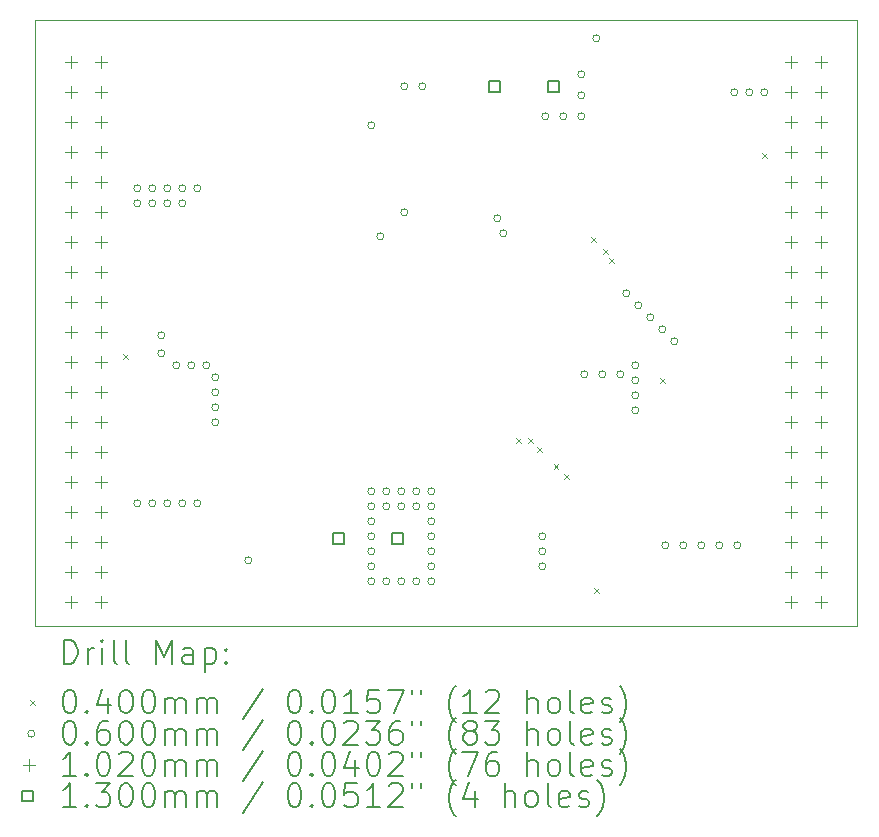
<source format=gbr>
%TF.GenerationSoftware,KiCad,Pcbnew,7.0.2*%
%TF.CreationDate,2023-06-10T17:52:28+02:00*%
%TF.ProjectId,USBCPD_PCB,55534243-5044-45f5-9043-422e6b696361,rev?*%
%TF.SameCoordinates,Original*%
%TF.FileFunction,Drillmap*%
%TF.FilePolarity,Positive*%
%FSLAX45Y45*%
G04 Gerber Fmt 4.5, Leading zero omitted, Abs format (unit mm)*
G04 Created by KiCad (PCBNEW 7.0.2) date 2023-06-10 17:52:28*
%MOMM*%
%LPD*%
G01*
G04 APERTURE LIST*
%ADD10C,0.100000*%
%ADD11C,0.200000*%
%ADD12C,0.040000*%
%ADD13C,0.060000*%
%ADD14C,0.102000*%
%ADD15C,0.130000*%
G04 APERTURE END LIST*
D10*
X17576800Y-7518400D02*
X17576800Y-12649200D01*
X10617200Y-12649200D02*
X10617200Y-7518400D01*
X17576800Y-12649200D02*
X10617200Y-12649200D01*
X10617200Y-7518400D02*
X17576800Y-7518400D01*
D11*
D12*
X11359200Y-10343200D02*
X11399200Y-10383200D01*
X11399200Y-10343200D02*
X11359200Y-10383200D01*
X14686600Y-11054400D02*
X14726600Y-11094400D01*
X14726600Y-11054400D02*
X14686600Y-11094400D01*
X14788200Y-11054400D02*
X14828200Y-11094400D01*
X14828200Y-11054400D02*
X14788200Y-11094400D01*
X14864400Y-11130600D02*
X14904400Y-11170600D01*
X14904400Y-11130600D02*
X14864400Y-11170600D01*
X15004100Y-11274250D02*
X15044100Y-11314250D01*
X15044100Y-11274250D02*
X15004100Y-11314250D01*
X15093000Y-11359200D02*
X15133000Y-11399200D01*
X15133000Y-11359200D02*
X15093000Y-11399200D01*
X15321600Y-9352600D02*
X15361600Y-9392600D01*
X15361600Y-9352600D02*
X15321600Y-9392600D01*
X15347000Y-12324400D02*
X15387000Y-12364400D01*
X15387000Y-12324400D02*
X15347000Y-12364400D01*
X15423200Y-9454200D02*
X15463200Y-9494200D01*
X15463200Y-9454200D02*
X15423200Y-9494200D01*
X15474000Y-9530400D02*
X15514000Y-9570400D01*
X15514000Y-9530400D02*
X15474000Y-9570400D01*
X15905800Y-10546400D02*
X15945800Y-10586400D01*
X15945800Y-10546400D02*
X15905800Y-10586400D01*
X16769400Y-8641400D02*
X16809400Y-8681400D01*
X16809400Y-8641400D02*
X16769400Y-8681400D01*
D13*
X11510800Y-8940800D02*
G75*
G03*
X11510800Y-8940800I-30000J0D01*
G01*
X11510800Y-9067800D02*
G75*
G03*
X11510800Y-9067800I-30000J0D01*
G01*
X11510800Y-11607800D02*
G75*
G03*
X11510800Y-11607800I-30000J0D01*
G01*
X11637800Y-8940800D02*
G75*
G03*
X11637800Y-8940800I-30000J0D01*
G01*
X11637800Y-9067800D02*
G75*
G03*
X11637800Y-9067800I-30000J0D01*
G01*
X11637800Y-11607800D02*
G75*
G03*
X11637800Y-11607800I-30000J0D01*
G01*
X11714000Y-10185400D02*
G75*
G03*
X11714000Y-10185400I-30000J0D01*
G01*
X11714000Y-10337800D02*
G75*
G03*
X11714000Y-10337800I-30000J0D01*
G01*
X11764800Y-8940800D02*
G75*
G03*
X11764800Y-8940800I-30000J0D01*
G01*
X11764800Y-9067800D02*
G75*
G03*
X11764800Y-9067800I-30000J0D01*
G01*
X11764800Y-11607800D02*
G75*
G03*
X11764800Y-11607800I-30000J0D01*
G01*
X11841000Y-10439400D02*
G75*
G03*
X11841000Y-10439400I-30000J0D01*
G01*
X11891800Y-8940800D02*
G75*
G03*
X11891800Y-8940800I-30000J0D01*
G01*
X11891800Y-9067800D02*
G75*
G03*
X11891800Y-9067800I-30000J0D01*
G01*
X11891800Y-11607800D02*
G75*
G03*
X11891800Y-11607800I-30000J0D01*
G01*
X11968000Y-10439400D02*
G75*
G03*
X11968000Y-10439400I-30000J0D01*
G01*
X12018800Y-8940800D02*
G75*
G03*
X12018800Y-8940800I-30000J0D01*
G01*
X12018800Y-11607800D02*
G75*
G03*
X12018800Y-11607800I-30000J0D01*
G01*
X12095000Y-10439400D02*
G75*
G03*
X12095000Y-10439400I-30000J0D01*
G01*
X12171200Y-10541000D02*
G75*
G03*
X12171200Y-10541000I-30000J0D01*
G01*
X12171200Y-10668000D02*
G75*
G03*
X12171200Y-10668000I-30000J0D01*
G01*
X12171200Y-10795000D02*
G75*
G03*
X12171200Y-10795000I-30000J0D01*
G01*
X12171200Y-10922000D02*
G75*
G03*
X12171200Y-10922000I-30000J0D01*
G01*
X12450600Y-12090400D02*
G75*
G03*
X12450600Y-12090400I-30000J0D01*
G01*
X13492000Y-8407400D02*
G75*
G03*
X13492000Y-8407400I-30000J0D01*
G01*
X13492000Y-11506200D02*
G75*
G03*
X13492000Y-11506200I-30000J0D01*
G01*
X13492000Y-11633200D02*
G75*
G03*
X13492000Y-11633200I-30000J0D01*
G01*
X13492000Y-11760200D02*
G75*
G03*
X13492000Y-11760200I-30000J0D01*
G01*
X13492000Y-11887200D02*
G75*
G03*
X13492000Y-11887200I-30000J0D01*
G01*
X13492000Y-12014200D02*
G75*
G03*
X13492000Y-12014200I-30000J0D01*
G01*
X13492000Y-12141200D02*
G75*
G03*
X13492000Y-12141200I-30000J0D01*
G01*
X13492000Y-12268200D02*
G75*
G03*
X13492000Y-12268200I-30000J0D01*
G01*
X13568200Y-9347200D02*
G75*
G03*
X13568200Y-9347200I-30000J0D01*
G01*
X13619000Y-11506200D02*
G75*
G03*
X13619000Y-11506200I-30000J0D01*
G01*
X13619000Y-11633200D02*
G75*
G03*
X13619000Y-11633200I-30000J0D01*
G01*
X13619000Y-12268200D02*
G75*
G03*
X13619000Y-12268200I-30000J0D01*
G01*
X13746000Y-11506200D02*
G75*
G03*
X13746000Y-11506200I-30000J0D01*
G01*
X13746000Y-11633200D02*
G75*
G03*
X13746000Y-11633200I-30000J0D01*
G01*
X13746000Y-12268200D02*
G75*
G03*
X13746000Y-12268200I-30000J0D01*
G01*
X13771400Y-8077200D02*
G75*
G03*
X13771400Y-8077200I-30000J0D01*
G01*
X13771400Y-9144000D02*
G75*
G03*
X13771400Y-9144000I-30000J0D01*
G01*
X13873000Y-11506200D02*
G75*
G03*
X13873000Y-11506200I-30000J0D01*
G01*
X13873000Y-11633200D02*
G75*
G03*
X13873000Y-11633200I-30000J0D01*
G01*
X13873000Y-12268200D02*
G75*
G03*
X13873000Y-12268200I-30000J0D01*
G01*
X13923800Y-8077200D02*
G75*
G03*
X13923800Y-8077200I-30000J0D01*
G01*
X14000000Y-11506200D02*
G75*
G03*
X14000000Y-11506200I-30000J0D01*
G01*
X14000000Y-11633200D02*
G75*
G03*
X14000000Y-11633200I-30000J0D01*
G01*
X14000000Y-11760200D02*
G75*
G03*
X14000000Y-11760200I-30000J0D01*
G01*
X14000000Y-11887200D02*
G75*
G03*
X14000000Y-11887200I-30000J0D01*
G01*
X14000000Y-12014200D02*
G75*
G03*
X14000000Y-12014200I-30000J0D01*
G01*
X14000000Y-12141200D02*
G75*
G03*
X14000000Y-12141200I-30000J0D01*
G01*
X14000000Y-12268200D02*
G75*
G03*
X14000000Y-12268200I-30000J0D01*
G01*
X14558800Y-9194800D02*
G75*
G03*
X14558800Y-9194800I-30000J0D01*
G01*
X14609600Y-9321800D02*
G75*
G03*
X14609600Y-9321800I-30000J0D01*
G01*
X14939800Y-11887200D02*
G75*
G03*
X14939800Y-11887200I-30000J0D01*
G01*
X14939800Y-12014200D02*
G75*
G03*
X14939800Y-12014200I-30000J0D01*
G01*
X14939800Y-12141200D02*
G75*
G03*
X14939800Y-12141200I-30000J0D01*
G01*
X14965200Y-8331200D02*
G75*
G03*
X14965200Y-8331200I-30000J0D01*
G01*
X15117600Y-8331200D02*
G75*
G03*
X15117600Y-8331200I-30000J0D01*
G01*
X15270000Y-7975600D02*
G75*
G03*
X15270000Y-7975600I-30000J0D01*
G01*
X15270000Y-8153400D02*
G75*
G03*
X15270000Y-8153400I-30000J0D01*
G01*
X15270000Y-8331200D02*
G75*
G03*
X15270000Y-8331200I-30000J0D01*
G01*
X15295400Y-10515600D02*
G75*
G03*
X15295400Y-10515600I-30000J0D01*
G01*
X15397000Y-7670800D02*
G75*
G03*
X15397000Y-7670800I-30000J0D01*
G01*
X15447800Y-10515600D02*
G75*
G03*
X15447800Y-10515600I-30000J0D01*
G01*
X15600200Y-10515600D02*
G75*
G03*
X15600200Y-10515600I-30000J0D01*
G01*
X15651000Y-9829800D02*
G75*
G03*
X15651000Y-9829800I-30000J0D01*
G01*
X15727200Y-10439400D02*
G75*
G03*
X15727200Y-10439400I-30000J0D01*
G01*
X15727200Y-10566400D02*
G75*
G03*
X15727200Y-10566400I-30000J0D01*
G01*
X15727200Y-10693400D02*
G75*
G03*
X15727200Y-10693400I-30000J0D01*
G01*
X15727200Y-10820400D02*
G75*
G03*
X15727200Y-10820400I-30000J0D01*
G01*
X15752600Y-9931400D02*
G75*
G03*
X15752600Y-9931400I-30000J0D01*
G01*
X15854200Y-10033000D02*
G75*
G03*
X15854200Y-10033000I-30000J0D01*
G01*
X15955800Y-10134600D02*
G75*
G03*
X15955800Y-10134600I-30000J0D01*
G01*
X15981200Y-11963400D02*
G75*
G03*
X15981200Y-11963400I-30000J0D01*
G01*
X16057400Y-10236200D02*
G75*
G03*
X16057400Y-10236200I-30000J0D01*
G01*
X16133600Y-11963400D02*
G75*
G03*
X16133600Y-11963400I-30000J0D01*
G01*
X16286000Y-11963400D02*
G75*
G03*
X16286000Y-11963400I-30000J0D01*
G01*
X16438400Y-11963400D02*
G75*
G03*
X16438400Y-11963400I-30000J0D01*
G01*
X16565400Y-8128000D02*
G75*
G03*
X16565400Y-8128000I-30000J0D01*
G01*
X16590800Y-11963400D02*
G75*
G03*
X16590800Y-11963400I-30000J0D01*
G01*
X16692400Y-8128000D02*
G75*
G03*
X16692400Y-8128000I-30000J0D01*
G01*
X16819400Y-8128000D02*
G75*
G03*
X16819400Y-8128000I-30000J0D01*
G01*
D14*
X10922000Y-7823000D02*
X10922000Y-7925000D01*
X10871000Y-7874000D02*
X10973000Y-7874000D01*
X10922000Y-8077000D02*
X10922000Y-8179000D01*
X10871000Y-8128000D02*
X10973000Y-8128000D01*
X10922000Y-8331000D02*
X10922000Y-8433000D01*
X10871000Y-8382000D02*
X10973000Y-8382000D01*
X10922000Y-8585000D02*
X10922000Y-8687000D01*
X10871000Y-8636000D02*
X10973000Y-8636000D01*
X10922000Y-8839000D02*
X10922000Y-8941000D01*
X10871000Y-8890000D02*
X10973000Y-8890000D01*
X10922000Y-9093000D02*
X10922000Y-9195000D01*
X10871000Y-9144000D02*
X10973000Y-9144000D01*
X10922000Y-9347000D02*
X10922000Y-9449000D01*
X10871000Y-9398000D02*
X10973000Y-9398000D01*
X10922000Y-9601000D02*
X10922000Y-9703000D01*
X10871000Y-9652000D02*
X10973000Y-9652000D01*
X10922000Y-9855000D02*
X10922000Y-9957000D01*
X10871000Y-9906000D02*
X10973000Y-9906000D01*
X10922000Y-10109000D02*
X10922000Y-10211000D01*
X10871000Y-10160000D02*
X10973000Y-10160000D01*
X10922000Y-10363000D02*
X10922000Y-10465000D01*
X10871000Y-10414000D02*
X10973000Y-10414000D01*
X10922000Y-10617000D02*
X10922000Y-10719000D01*
X10871000Y-10668000D02*
X10973000Y-10668000D01*
X10922000Y-10871000D02*
X10922000Y-10973000D01*
X10871000Y-10922000D02*
X10973000Y-10922000D01*
X10922000Y-11125000D02*
X10922000Y-11227000D01*
X10871000Y-11176000D02*
X10973000Y-11176000D01*
X10922000Y-11379000D02*
X10922000Y-11481000D01*
X10871000Y-11430000D02*
X10973000Y-11430000D01*
X10922000Y-11633000D02*
X10922000Y-11735000D01*
X10871000Y-11684000D02*
X10973000Y-11684000D01*
X10922000Y-11887000D02*
X10922000Y-11989000D01*
X10871000Y-11938000D02*
X10973000Y-11938000D01*
X10922000Y-12141000D02*
X10922000Y-12243000D01*
X10871000Y-12192000D02*
X10973000Y-12192000D01*
X10922000Y-12395000D02*
X10922000Y-12497000D01*
X10871000Y-12446000D02*
X10973000Y-12446000D01*
X11176000Y-7823000D02*
X11176000Y-7925000D01*
X11125000Y-7874000D02*
X11227000Y-7874000D01*
X11176000Y-8077000D02*
X11176000Y-8179000D01*
X11125000Y-8128000D02*
X11227000Y-8128000D01*
X11176000Y-8331000D02*
X11176000Y-8433000D01*
X11125000Y-8382000D02*
X11227000Y-8382000D01*
X11176000Y-8585000D02*
X11176000Y-8687000D01*
X11125000Y-8636000D02*
X11227000Y-8636000D01*
X11176000Y-8839000D02*
X11176000Y-8941000D01*
X11125000Y-8890000D02*
X11227000Y-8890000D01*
X11176000Y-9093000D02*
X11176000Y-9195000D01*
X11125000Y-9144000D02*
X11227000Y-9144000D01*
X11176000Y-9347000D02*
X11176000Y-9449000D01*
X11125000Y-9398000D02*
X11227000Y-9398000D01*
X11176000Y-9601000D02*
X11176000Y-9703000D01*
X11125000Y-9652000D02*
X11227000Y-9652000D01*
X11176000Y-9855000D02*
X11176000Y-9957000D01*
X11125000Y-9906000D02*
X11227000Y-9906000D01*
X11176000Y-10109000D02*
X11176000Y-10211000D01*
X11125000Y-10160000D02*
X11227000Y-10160000D01*
X11176000Y-10363000D02*
X11176000Y-10465000D01*
X11125000Y-10414000D02*
X11227000Y-10414000D01*
X11176000Y-10617000D02*
X11176000Y-10719000D01*
X11125000Y-10668000D02*
X11227000Y-10668000D01*
X11176000Y-10871000D02*
X11176000Y-10973000D01*
X11125000Y-10922000D02*
X11227000Y-10922000D01*
X11176000Y-11125000D02*
X11176000Y-11227000D01*
X11125000Y-11176000D02*
X11227000Y-11176000D01*
X11176000Y-11379000D02*
X11176000Y-11481000D01*
X11125000Y-11430000D02*
X11227000Y-11430000D01*
X11176000Y-11633000D02*
X11176000Y-11735000D01*
X11125000Y-11684000D02*
X11227000Y-11684000D01*
X11176000Y-11887000D02*
X11176000Y-11989000D01*
X11125000Y-11938000D02*
X11227000Y-11938000D01*
X11176000Y-12141000D02*
X11176000Y-12243000D01*
X11125000Y-12192000D02*
X11227000Y-12192000D01*
X11176000Y-12395000D02*
X11176000Y-12497000D01*
X11125000Y-12446000D02*
X11227000Y-12446000D01*
X17018000Y-7823000D02*
X17018000Y-7925000D01*
X16967000Y-7874000D02*
X17069000Y-7874000D01*
X17018000Y-8077000D02*
X17018000Y-8179000D01*
X16967000Y-8128000D02*
X17069000Y-8128000D01*
X17018000Y-8331000D02*
X17018000Y-8433000D01*
X16967000Y-8382000D02*
X17069000Y-8382000D01*
X17018000Y-8585000D02*
X17018000Y-8687000D01*
X16967000Y-8636000D02*
X17069000Y-8636000D01*
X17018000Y-8839000D02*
X17018000Y-8941000D01*
X16967000Y-8890000D02*
X17069000Y-8890000D01*
X17018000Y-9093000D02*
X17018000Y-9195000D01*
X16967000Y-9144000D02*
X17069000Y-9144000D01*
X17018000Y-9347000D02*
X17018000Y-9449000D01*
X16967000Y-9398000D02*
X17069000Y-9398000D01*
X17018000Y-9601000D02*
X17018000Y-9703000D01*
X16967000Y-9652000D02*
X17069000Y-9652000D01*
X17018000Y-9855000D02*
X17018000Y-9957000D01*
X16967000Y-9906000D02*
X17069000Y-9906000D01*
X17018000Y-10109000D02*
X17018000Y-10211000D01*
X16967000Y-10160000D02*
X17069000Y-10160000D01*
X17018000Y-10363000D02*
X17018000Y-10465000D01*
X16967000Y-10414000D02*
X17069000Y-10414000D01*
X17018000Y-10617000D02*
X17018000Y-10719000D01*
X16967000Y-10668000D02*
X17069000Y-10668000D01*
X17018000Y-10871000D02*
X17018000Y-10973000D01*
X16967000Y-10922000D02*
X17069000Y-10922000D01*
X17018000Y-11125000D02*
X17018000Y-11227000D01*
X16967000Y-11176000D02*
X17069000Y-11176000D01*
X17018000Y-11379000D02*
X17018000Y-11481000D01*
X16967000Y-11430000D02*
X17069000Y-11430000D01*
X17018000Y-11633000D02*
X17018000Y-11735000D01*
X16967000Y-11684000D02*
X17069000Y-11684000D01*
X17018000Y-11887000D02*
X17018000Y-11989000D01*
X16967000Y-11938000D02*
X17069000Y-11938000D01*
X17018000Y-12141000D02*
X17018000Y-12243000D01*
X16967000Y-12192000D02*
X17069000Y-12192000D01*
X17018000Y-12395000D02*
X17018000Y-12497000D01*
X16967000Y-12446000D02*
X17069000Y-12446000D01*
X17272000Y-7823000D02*
X17272000Y-7925000D01*
X17221000Y-7874000D02*
X17323000Y-7874000D01*
X17272000Y-8077000D02*
X17272000Y-8179000D01*
X17221000Y-8128000D02*
X17323000Y-8128000D01*
X17272000Y-8331000D02*
X17272000Y-8433000D01*
X17221000Y-8382000D02*
X17323000Y-8382000D01*
X17272000Y-8585000D02*
X17272000Y-8687000D01*
X17221000Y-8636000D02*
X17323000Y-8636000D01*
X17272000Y-8839000D02*
X17272000Y-8941000D01*
X17221000Y-8890000D02*
X17323000Y-8890000D01*
X17272000Y-9093000D02*
X17272000Y-9195000D01*
X17221000Y-9144000D02*
X17323000Y-9144000D01*
X17272000Y-9347000D02*
X17272000Y-9449000D01*
X17221000Y-9398000D02*
X17323000Y-9398000D01*
X17272000Y-9601000D02*
X17272000Y-9703000D01*
X17221000Y-9652000D02*
X17323000Y-9652000D01*
X17272000Y-9855000D02*
X17272000Y-9957000D01*
X17221000Y-9906000D02*
X17323000Y-9906000D01*
X17272000Y-10109000D02*
X17272000Y-10211000D01*
X17221000Y-10160000D02*
X17323000Y-10160000D01*
X17272000Y-10363000D02*
X17272000Y-10465000D01*
X17221000Y-10414000D02*
X17323000Y-10414000D01*
X17272000Y-10617000D02*
X17272000Y-10719000D01*
X17221000Y-10668000D02*
X17323000Y-10668000D01*
X17272000Y-10871000D02*
X17272000Y-10973000D01*
X17221000Y-10922000D02*
X17323000Y-10922000D01*
X17272000Y-11125000D02*
X17272000Y-11227000D01*
X17221000Y-11176000D02*
X17323000Y-11176000D01*
X17272000Y-11379000D02*
X17272000Y-11481000D01*
X17221000Y-11430000D02*
X17323000Y-11430000D01*
X17272000Y-11633000D02*
X17272000Y-11735000D01*
X17221000Y-11684000D02*
X17323000Y-11684000D01*
X17272000Y-11887000D02*
X17272000Y-11989000D01*
X17221000Y-11938000D02*
X17323000Y-11938000D01*
X17272000Y-12141000D02*
X17272000Y-12243000D01*
X17221000Y-12192000D02*
X17323000Y-12192000D01*
X17272000Y-12395000D02*
X17272000Y-12497000D01*
X17221000Y-12446000D02*
X17323000Y-12446000D01*
D15*
X13232562Y-11953962D02*
X13232562Y-11862038D01*
X13140638Y-11862038D01*
X13140638Y-11953962D01*
X13232562Y-11953962D01*
X13732562Y-11953962D02*
X13732562Y-11862038D01*
X13640638Y-11862038D01*
X13640638Y-11953962D01*
X13732562Y-11953962D01*
X14553362Y-8127762D02*
X14553362Y-8035838D01*
X14461438Y-8035838D01*
X14461438Y-8127762D01*
X14553362Y-8127762D01*
X15053362Y-8127762D02*
X15053362Y-8035838D01*
X14961438Y-8035838D01*
X14961438Y-8127762D01*
X15053362Y-8127762D01*
D11*
X10859819Y-12966724D02*
X10859819Y-12766724D01*
X10859819Y-12766724D02*
X10907438Y-12766724D01*
X10907438Y-12766724D02*
X10936010Y-12776248D01*
X10936010Y-12776248D02*
X10955057Y-12795295D01*
X10955057Y-12795295D02*
X10964581Y-12814343D01*
X10964581Y-12814343D02*
X10974105Y-12852438D01*
X10974105Y-12852438D02*
X10974105Y-12881009D01*
X10974105Y-12881009D02*
X10964581Y-12919105D01*
X10964581Y-12919105D02*
X10955057Y-12938152D01*
X10955057Y-12938152D02*
X10936010Y-12957200D01*
X10936010Y-12957200D02*
X10907438Y-12966724D01*
X10907438Y-12966724D02*
X10859819Y-12966724D01*
X11059819Y-12966724D02*
X11059819Y-12833390D01*
X11059819Y-12871486D02*
X11069343Y-12852438D01*
X11069343Y-12852438D02*
X11078867Y-12842914D01*
X11078867Y-12842914D02*
X11097914Y-12833390D01*
X11097914Y-12833390D02*
X11116962Y-12833390D01*
X11183629Y-12966724D02*
X11183629Y-12833390D01*
X11183629Y-12766724D02*
X11174105Y-12776248D01*
X11174105Y-12776248D02*
X11183629Y-12785771D01*
X11183629Y-12785771D02*
X11193152Y-12776248D01*
X11193152Y-12776248D02*
X11183629Y-12766724D01*
X11183629Y-12766724D02*
X11183629Y-12785771D01*
X11307438Y-12966724D02*
X11288390Y-12957200D01*
X11288390Y-12957200D02*
X11278867Y-12938152D01*
X11278867Y-12938152D02*
X11278867Y-12766724D01*
X11412200Y-12966724D02*
X11393152Y-12957200D01*
X11393152Y-12957200D02*
X11383628Y-12938152D01*
X11383628Y-12938152D02*
X11383628Y-12766724D01*
X11640771Y-12966724D02*
X11640771Y-12766724D01*
X11640771Y-12766724D02*
X11707438Y-12909581D01*
X11707438Y-12909581D02*
X11774105Y-12766724D01*
X11774105Y-12766724D02*
X11774105Y-12966724D01*
X11955057Y-12966724D02*
X11955057Y-12861962D01*
X11955057Y-12861962D02*
X11945533Y-12842914D01*
X11945533Y-12842914D02*
X11926486Y-12833390D01*
X11926486Y-12833390D02*
X11888390Y-12833390D01*
X11888390Y-12833390D02*
X11869343Y-12842914D01*
X11955057Y-12957200D02*
X11936009Y-12966724D01*
X11936009Y-12966724D02*
X11888390Y-12966724D01*
X11888390Y-12966724D02*
X11869343Y-12957200D01*
X11869343Y-12957200D02*
X11859819Y-12938152D01*
X11859819Y-12938152D02*
X11859819Y-12919105D01*
X11859819Y-12919105D02*
X11869343Y-12900057D01*
X11869343Y-12900057D02*
X11888390Y-12890533D01*
X11888390Y-12890533D02*
X11936009Y-12890533D01*
X11936009Y-12890533D02*
X11955057Y-12881009D01*
X12050295Y-12833390D02*
X12050295Y-13033390D01*
X12050295Y-12842914D02*
X12069343Y-12833390D01*
X12069343Y-12833390D02*
X12107438Y-12833390D01*
X12107438Y-12833390D02*
X12126486Y-12842914D01*
X12126486Y-12842914D02*
X12136009Y-12852438D01*
X12136009Y-12852438D02*
X12145533Y-12871486D01*
X12145533Y-12871486D02*
X12145533Y-12928628D01*
X12145533Y-12928628D02*
X12136009Y-12947676D01*
X12136009Y-12947676D02*
X12126486Y-12957200D01*
X12126486Y-12957200D02*
X12107438Y-12966724D01*
X12107438Y-12966724D02*
X12069343Y-12966724D01*
X12069343Y-12966724D02*
X12050295Y-12957200D01*
X12231248Y-12947676D02*
X12240771Y-12957200D01*
X12240771Y-12957200D02*
X12231248Y-12966724D01*
X12231248Y-12966724D02*
X12221724Y-12957200D01*
X12221724Y-12957200D02*
X12231248Y-12947676D01*
X12231248Y-12947676D02*
X12231248Y-12966724D01*
X12231248Y-12842914D02*
X12240771Y-12852438D01*
X12240771Y-12852438D02*
X12231248Y-12861962D01*
X12231248Y-12861962D02*
X12221724Y-12852438D01*
X12221724Y-12852438D02*
X12231248Y-12842914D01*
X12231248Y-12842914D02*
X12231248Y-12861962D01*
D12*
X10572200Y-13274200D02*
X10612200Y-13314200D01*
X10612200Y-13274200D02*
X10572200Y-13314200D01*
D11*
X10897914Y-13186724D02*
X10916962Y-13186724D01*
X10916962Y-13186724D02*
X10936010Y-13196248D01*
X10936010Y-13196248D02*
X10945533Y-13205771D01*
X10945533Y-13205771D02*
X10955057Y-13224819D01*
X10955057Y-13224819D02*
X10964581Y-13262914D01*
X10964581Y-13262914D02*
X10964581Y-13310533D01*
X10964581Y-13310533D02*
X10955057Y-13348628D01*
X10955057Y-13348628D02*
X10945533Y-13367676D01*
X10945533Y-13367676D02*
X10936010Y-13377200D01*
X10936010Y-13377200D02*
X10916962Y-13386724D01*
X10916962Y-13386724D02*
X10897914Y-13386724D01*
X10897914Y-13386724D02*
X10878867Y-13377200D01*
X10878867Y-13377200D02*
X10869343Y-13367676D01*
X10869343Y-13367676D02*
X10859819Y-13348628D01*
X10859819Y-13348628D02*
X10850295Y-13310533D01*
X10850295Y-13310533D02*
X10850295Y-13262914D01*
X10850295Y-13262914D02*
X10859819Y-13224819D01*
X10859819Y-13224819D02*
X10869343Y-13205771D01*
X10869343Y-13205771D02*
X10878867Y-13196248D01*
X10878867Y-13196248D02*
X10897914Y-13186724D01*
X11050295Y-13367676D02*
X11059819Y-13377200D01*
X11059819Y-13377200D02*
X11050295Y-13386724D01*
X11050295Y-13386724D02*
X11040771Y-13377200D01*
X11040771Y-13377200D02*
X11050295Y-13367676D01*
X11050295Y-13367676D02*
X11050295Y-13386724D01*
X11231248Y-13253390D02*
X11231248Y-13386724D01*
X11183629Y-13177200D02*
X11136010Y-13320057D01*
X11136010Y-13320057D02*
X11259819Y-13320057D01*
X11374105Y-13186724D02*
X11393152Y-13186724D01*
X11393152Y-13186724D02*
X11412200Y-13196248D01*
X11412200Y-13196248D02*
X11421724Y-13205771D01*
X11421724Y-13205771D02*
X11431248Y-13224819D01*
X11431248Y-13224819D02*
X11440771Y-13262914D01*
X11440771Y-13262914D02*
X11440771Y-13310533D01*
X11440771Y-13310533D02*
X11431248Y-13348628D01*
X11431248Y-13348628D02*
X11421724Y-13367676D01*
X11421724Y-13367676D02*
X11412200Y-13377200D01*
X11412200Y-13377200D02*
X11393152Y-13386724D01*
X11393152Y-13386724D02*
X11374105Y-13386724D01*
X11374105Y-13386724D02*
X11355057Y-13377200D01*
X11355057Y-13377200D02*
X11345533Y-13367676D01*
X11345533Y-13367676D02*
X11336009Y-13348628D01*
X11336009Y-13348628D02*
X11326486Y-13310533D01*
X11326486Y-13310533D02*
X11326486Y-13262914D01*
X11326486Y-13262914D02*
X11336009Y-13224819D01*
X11336009Y-13224819D02*
X11345533Y-13205771D01*
X11345533Y-13205771D02*
X11355057Y-13196248D01*
X11355057Y-13196248D02*
X11374105Y-13186724D01*
X11564581Y-13186724D02*
X11583629Y-13186724D01*
X11583629Y-13186724D02*
X11602676Y-13196248D01*
X11602676Y-13196248D02*
X11612200Y-13205771D01*
X11612200Y-13205771D02*
X11621724Y-13224819D01*
X11621724Y-13224819D02*
X11631248Y-13262914D01*
X11631248Y-13262914D02*
X11631248Y-13310533D01*
X11631248Y-13310533D02*
X11621724Y-13348628D01*
X11621724Y-13348628D02*
X11612200Y-13367676D01*
X11612200Y-13367676D02*
X11602676Y-13377200D01*
X11602676Y-13377200D02*
X11583629Y-13386724D01*
X11583629Y-13386724D02*
X11564581Y-13386724D01*
X11564581Y-13386724D02*
X11545533Y-13377200D01*
X11545533Y-13377200D02*
X11536009Y-13367676D01*
X11536009Y-13367676D02*
X11526486Y-13348628D01*
X11526486Y-13348628D02*
X11516962Y-13310533D01*
X11516962Y-13310533D02*
X11516962Y-13262914D01*
X11516962Y-13262914D02*
X11526486Y-13224819D01*
X11526486Y-13224819D02*
X11536009Y-13205771D01*
X11536009Y-13205771D02*
X11545533Y-13196248D01*
X11545533Y-13196248D02*
X11564581Y-13186724D01*
X11716962Y-13386724D02*
X11716962Y-13253390D01*
X11716962Y-13272438D02*
X11726486Y-13262914D01*
X11726486Y-13262914D02*
X11745533Y-13253390D01*
X11745533Y-13253390D02*
X11774105Y-13253390D01*
X11774105Y-13253390D02*
X11793152Y-13262914D01*
X11793152Y-13262914D02*
X11802676Y-13281962D01*
X11802676Y-13281962D02*
X11802676Y-13386724D01*
X11802676Y-13281962D02*
X11812200Y-13262914D01*
X11812200Y-13262914D02*
X11831248Y-13253390D01*
X11831248Y-13253390D02*
X11859819Y-13253390D01*
X11859819Y-13253390D02*
X11878867Y-13262914D01*
X11878867Y-13262914D02*
X11888390Y-13281962D01*
X11888390Y-13281962D02*
X11888390Y-13386724D01*
X11983629Y-13386724D02*
X11983629Y-13253390D01*
X11983629Y-13272438D02*
X11993152Y-13262914D01*
X11993152Y-13262914D02*
X12012200Y-13253390D01*
X12012200Y-13253390D02*
X12040771Y-13253390D01*
X12040771Y-13253390D02*
X12059819Y-13262914D01*
X12059819Y-13262914D02*
X12069343Y-13281962D01*
X12069343Y-13281962D02*
X12069343Y-13386724D01*
X12069343Y-13281962D02*
X12078867Y-13262914D01*
X12078867Y-13262914D02*
X12097914Y-13253390D01*
X12097914Y-13253390D02*
X12126486Y-13253390D01*
X12126486Y-13253390D02*
X12145533Y-13262914D01*
X12145533Y-13262914D02*
X12155057Y-13281962D01*
X12155057Y-13281962D02*
X12155057Y-13386724D01*
X12545533Y-13177200D02*
X12374105Y-13434343D01*
X12802676Y-13186724D02*
X12821724Y-13186724D01*
X12821724Y-13186724D02*
X12840772Y-13196248D01*
X12840772Y-13196248D02*
X12850295Y-13205771D01*
X12850295Y-13205771D02*
X12859819Y-13224819D01*
X12859819Y-13224819D02*
X12869343Y-13262914D01*
X12869343Y-13262914D02*
X12869343Y-13310533D01*
X12869343Y-13310533D02*
X12859819Y-13348628D01*
X12859819Y-13348628D02*
X12850295Y-13367676D01*
X12850295Y-13367676D02*
X12840772Y-13377200D01*
X12840772Y-13377200D02*
X12821724Y-13386724D01*
X12821724Y-13386724D02*
X12802676Y-13386724D01*
X12802676Y-13386724D02*
X12783629Y-13377200D01*
X12783629Y-13377200D02*
X12774105Y-13367676D01*
X12774105Y-13367676D02*
X12764581Y-13348628D01*
X12764581Y-13348628D02*
X12755057Y-13310533D01*
X12755057Y-13310533D02*
X12755057Y-13262914D01*
X12755057Y-13262914D02*
X12764581Y-13224819D01*
X12764581Y-13224819D02*
X12774105Y-13205771D01*
X12774105Y-13205771D02*
X12783629Y-13196248D01*
X12783629Y-13196248D02*
X12802676Y-13186724D01*
X12955057Y-13367676D02*
X12964581Y-13377200D01*
X12964581Y-13377200D02*
X12955057Y-13386724D01*
X12955057Y-13386724D02*
X12945533Y-13377200D01*
X12945533Y-13377200D02*
X12955057Y-13367676D01*
X12955057Y-13367676D02*
X12955057Y-13386724D01*
X13088391Y-13186724D02*
X13107438Y-13186724D01*
X13107438Y-13186724D02*
X13126486Y-13196248D01*
X13126486Y-13196248D02*
X13136010Y-13205771D01*
X13136010Y-13205771D02*
X13145533Y-13224819D01*
X13145533Y-13224819D02*
X13155057Y-13262914D01*
X13155057Y-13262914D02*
X13155057Y-13310533D01*
X13155057Y-13310533D02*
X13145533Y-13348628D01*
X13145533Y-13348628D02*
X13136010Y-13367676D01*
X13136010Y-13367676D02*
X13126486Y-13377200D01*
X13126486Y-13377200D02*
X13107438Y-13386724D01*
X13107438Y-13386724D02*
X13088391Y-13386724D01*
X13088391Y-13386724D02*
X13069343Y-13377200D01*
X13069343Y-13377200D02*
X13059819Y-13367676D01*
X13059819Y-13367676D02*
X13050295Y-13348628D01*
X13050295Y-13348628D02*
X13040772Y-13310533D01*
X13040772Y-13310533D02*
X13040772Y-13262914D01*
X13040772Y-13262914D02*
X13050295Y-13224819D01*
X13050295Y-13224819D02*
X13059819Y-13205771D01*
X13059819Y-13205771D02*
X13069343Y-13196248D01*
X13069343Y-13196248D02*
X13088391Y-13186724D01*
X13345533Y-13386724D02*
X13231248Y-13386724D01*
X13288391Y-13386724D02*
X13288391Y-13186724D01*
X13288391Y-13186724D02*
X13269343Y-13215295D01*
X13269343Y-13215295D02*
X13250295Y-13234343D01*
X13250295Y-13234343D02*
X13231248Y-13243867D01*
X13526486Y-13186724D02*
X13431248Y-13186724D01*
X13431248Y-13186724D02*
X13421724Y-13281962D01*
X13421724Y-13281962D02*
X13431248Y-13272438D01*
X13431248Y-13272438D02*
X13450295Y-13262914D01*
X13450295Y-13262914D02*
X13497914Y-13262914D01*
X13497914Y-13262914D02*
X13516962Y-13272438D01*
X13516962Y-13272438D02*
X13526486Y-13281962D01*
X13526486Y-13281962D02*
X13536010Y-13301009D01*
X13536010Y-13301009D02*
X13536010Y-13348628D01*
X13536010Y-13348628D02*
X13526486Y-13367676D01*
X13526486Y-13367676D02*
X13516962Y-13377200D01*
X13516962Y-13377200D02*
X13497914Y-13386724D01*
X13497914Y-13386724D02*
X13450295Y-13386724D01*
X13450295Y-13386724D02*
X13431248Y-13377200D01*
X13431248Y-13377200D02*
X13421724Y-13367676D01*
X13602676Y-13186724D02*
X13736010Y-13186724D01*
X13736010Y-13186724D02*
X13650295Y-13386724D01*
X13802676Y-13186724D02*
X13802676Y-13224819D01*
X13878867Y-13186724D02*
X13878867Y-13224819D01*
X14174105Y-13462914D02*
X14164581Y-13453390D01*
X14164581Y-13453390D02*
X14145534Y-13424819D01*
X14145534Y-13424819D02*
X14136010Y-13405771D01*
X14136010Y-13405771D02*
X14126486Y-13377200D01*
X14126486Y-13377200D02*
X14116962Y-13329581D01*
X14116962Y-13329581D02*
X14116962Y-13291486D01*
X14116962Y-13291486D02*
X14126486Y-13243867D01*
X14126486Y-13243867D02*
X14136010Y-13215295D01*
X14136010Y-13215295D02*
X14145534Y-13196248D01*
X14145534Y-13196248D02*
X14164581Y-13167676D01*
X14164581Y-13167676D02*
X14174105Y-13158152D01*
X14355057Y-13386724D02*
X14240772Y-13386724D01*
X14297914Y-13386724D02*
X14297914Y-13186724D01*
X14297914Y-13186724D02*
X14278867Y-13215295D01*
X14278867Y-13215295D02*
X14259819Y-13234343D01*
X14259819Y-13234343D02*
X14240772Y-13243867D01*
X14431248Y-13205771D02*
X14440772Y-13196248D01*
X14440772Y-13196248D02*
X14459819Y-13186724D01*
X14459819Y-13186724D02*
X14507438Y-13186724D01*
X14507438Y-13186724D02*
X14526486Y-13196248D01*
X14526486Y-13196248D02*
X14536010Y-13205771D01*
X14536010Y-13205771D02*
X14545534Y-13224819D01*
X14545534Y-13224819D02*
X14545534Y-13243867D01*
X14545534Y-13243867D02*
X14536010Y-13272438D01*
X14536010Y-13272438D02*
X14421724Y-13386724D01*
X14421724Y-13386724D02*
X14545534Y-13386724D01*
X14783629Y-13386724D02*
X14783629Y-13186724D01*
X14869343Y-13386724D02*
X14869343Y-13281962D01*
X14869343Y-13281962D02*
X14859819Y-13262914D01*
X14859819Y-13262914D02*
X14840772Y-13253390D01*
X14840772Y-13253390D02*
X14812200Y-13253390D01*
X14812200Y-13253390D02*
X14793153Y-13262914D01*
X14793153Y-13262914D02*
X14783629Y-13272438D01*
X14993153Y-13386724D02*
X14974105Y-13377200D01*
X14974105Y-13377200D02*
X14964581Y-13367676D01*
X14964581Y-13367676D02*
X14955057Y-13348628D01*
X14955057Y-13348628D02*
X14955057Y-13291486D01*
X14955057Y-13291486D02*
X14964581Y-13272438D01*
X14964581Y-13272438D02*
X14974105Y-13262914D01*
X14974105Y-13262914D02*
X14993153Y-13253390D01*
X14993153Y-13253390D02*
X15021724Y-13253390D01*
X15021724Y-13253390D02*
X15040772Y-13262914D01*
X15040772Y-13262914D02*
X15050296Y-13272438D01*
X15050296Y-13272438D02*
X15059819Y-13291486D01*
X15059819Y-13291486D02*
X15059819Y-13348628D01*
X15059819Y-13348628D02*
X15050296Y-13367676D01*
X15050296Y-13367676D02*
X15040772Y-13377200D01*
X15040772Y-13377200D02*
X15021724Y-13386724D01*
X15021724Y-13386724D02*
X14993153Y-13386724D01*
X15174105Y-13386724D02*
X15155057Y-13377200D01*
X15155057Y-13377200D02*
X15145534Y-13358152D01*
X15145534Y-13358152D02*
X15145534Y-13186724D01*
X15326486Y-13377200D02*
X15307438Y-13386724D01*
X15307438Y-13386724D02*
X15269343Y-13386724D01*
X15269343Y-13386724D02*
X15250296Y-13377200D01*
X15250296Y-13377200D02*
X15240772Y-13358152D01*
X15240772Y-13358152D02*
X15240772Y-13281962D01*
X15240772Y-13281962D02*
X15250296Y-13262914D01*
X15250296Y-13262914D02*
X15269343Y-13253390D01*
X15269343Y-13253390D02*
X15307438Y-13253390D01*
X15307438Y-13253390D02*
X15326486Y-13262914D01*
X15326486Y-13262914D02*
X15336010Y-13281962D01*
X15336010Y-13281962D02*
X15336010Y-13301009D01*
X15336010Y-13301009D02*
X15240772Y-13320057D01*
X15412200Y-13377200D02*
X15431248Y-13386724D01*
X15431248Y-13386724D02*
X15469343Y-13386724D01*
X15469343Y-13386724D02*
X15488391Y-13377200D01*
X15488391Y-13377200D02*
X15497915Y-13358152D01*
X15497915Y-13358152D02*
X15497915Y-13348628D01*
X15497915Y-13348628D02*
X15488391Y-13329581D01*
X15488391Y-13329581D02*
X15469343Y-13320057D01*
X15469343Y-13320057D02*
X15440772Y-13320057D01*
X15440772Y-13320057D02*
X15421724Y-13310533D01*
X15421724Y-13310533D02*
X15412200Y-13291486D01*
X15412200Y-13291486D02*
X15412200Y-13281962D01*
X15412200Y-13281962D02*
X15421724Y-13262914D01*
X15421724Y-13262914D02*
X15440772Y-13253390D01*
X15440772Y-13253390D02*
X15469343Y-13253390D01*
X15469343Y-13253390D02*
X15488391Y-13262914D01*
X15564581Y-13462914D02*
X15574105Y-13453390D01*
X15574105Y-13453390D02*
X15593153Y-13424819D01*
X15593153Y-13424819D02*
X15602677Y-13405771D01*
X15602677Y-13405771D02*
X15612200Y-13377200D01*
X15612200Y-13377200D02*
X15621724Y-13329581D01*
X15621724Y-13329581D02*
X15621724Y-13291486D01*
X15621724Y-13291486D02*
X15612200Y-13243867D01*
X15612200Y-13243867D02*
X15602677Y-13215295D01*
X15602677Y-13215295D02*
X15593153Y-13196248D01*
X15593153Y-13196248D02*
X15574105Y-13167676D01*
X15574105Y-13167676D02*
X15564581Y-13158152D01*
D13*
X10612200Y-13558200D02*
G75*
G03*
X10612200Y-13558200I-30000J0D01*
G01*
D11*
X10897914Y-13450724D02*
X10916962Y-13450724D01*
X10916962Y-13450724D02*
X10936010Y-13460248D01*
X10936010Y-13460248D02*
X10945533Y-13469771D01*
X10945533Y-13469771D02*
X10955057Y-13488819D01*
X10955057Y-13488819D02*
X10964581Y-13526914D01*
X10964581Y-13526914D02*
X10964581Y-13574533D01*
X10964581Y-13574533D02*
X10955057Y-13612628D01*
X10955057Y-13612628D02*
X10945533Y-13631676D01*
X10945533Y-13631676D02*
X10936010Y-13641200D01*
X10936010Y-13641200D02*
X10916962Y-13650724D01*
X10916962Y-13650724D02*
X10897914Y-13650724D01*
X10897914Y-13650724D02*
X10878867Y-13641200D01*
X10878867Y-13641200D02*
X10869343Y-13631676D01*
X10869343Y-13631676D02*
X10859819Y-13612628D01*
X10859819Y-13612628D02*
X10850295Y-13574533D01*
X10850295Y-13574533D02*
X10850295Y-13526914D01*
X10850295Y-13526914D02*
X10859819Y-13488819D01*
X10859819Y-13488819D02*
X10869343Y-13469771D01*
X10869343Y-13469771D02*
X10878867Y-13460248D01*
X10878867Y-13460248D02*
X10897914Y-13450724D01*
X11050295Y-13631676D02*
X11059819Y-13641200D01*
X11059819Y-13641200D02*
X11050295Y-13650724D01*
X11050295Y-13650724D02*
X11040771Y-13641200D01*
X11040771Y-13641200D02*
X11050295Y-13631676D01*
X11050295Y-13631676D02*
X11050295Y-13650724D01*
X11231248Y-13450724D02*
X11193152Y-13450724D01*
X11193152Y-13450724D02*
X11174105Y-13460248D01*
X11174105Y-13460248D02*
X11164581Y-13469771D01*
X11164581Y-13469771D02*
X11145533Y-13498343D01*
X11145533Y-13498343D02*
X11136010Y-13536438D01*
X11136010Y-13536438D02*
X11136010Y-13612628D01*
X11136010Y-13612628D02*
X11145533Y-13631676D01*
X11145533Y-13631676D02*
X11155057Y-13641200D01*
X11155057Y-13641200D02*
X11174105Y-13650724D01*
X11174105Y-13650724D02*
X11212200Y-13650724D01*
X11212200Y-13650724D02*
X11231248Y-13641200D01*
X11231248Y-13641200D02*
X11240771Y-13631676D01*
X11240771Y-13631676D02*
X11250295Y-13612628D01*
X11250295Y-13612628D02*
X11250295Y-13565009D01*
X11250295Y-13565009D02*
X11240771Y-13545962D01*
X11240771Y-13545962D02*
X11231248Y-13536438D01*
X11231248Y-13536438D02*
X11212200Y-13526914D01*
X11212200Y-13526914D02*
X11174105Y-13526914D01*
X11174105Y-13526914D02*
X11155057Y-13536438D01*
X11155057Y-13536438D02*
X11145533Y-13545962D01*
X11145533Y-13545962D02*
X11136010Y-13565009D01*
X11374105Y-13450724D02*
X11393152Y-13450724D01*
X11393152Y-13450724D02*
X11412200Y-13460248D01*
X11412200Y-13460248D02*
X11421724Y-13469771D01*
X11421724Y-13469771D02*
X11431248Y-13488819D01*
X11431248Y-13488819D02*
X11440771Y-13526914D01*
X11440771Y-13526914D02*
X11440771Y-13574533D01*
X11440771Y-13574533D02*
X11431248Y-13612628D01*
X11431248Y-13612628D02*
X11421724Y-13631676D01*
X11421724Y-13631676D02*
X11412200Y-13641200D01*
X11412200Y-13641200D02*
X11393152Y-13650724D01*
X11393152Y-13650724D02*
X11374105Y-13650724D01*
X11374105Y-13650724D02*
X11355057Y-13641200D01*
X11355057Y-13641200D02*
X11345533Y-13631676D01*
X11345533Y-13631676D02*
X11336009Y-13612628D01*
X11336009Y-13612628D02*
X11326486Y-13574533D01*
X11326486Y-13574533D02*
X11326486Y-13526914D01*
X11326486Y-13526914D02*
X11336009Y-13488819D01*
X11336009Y-13488819D02*
X11345533Y-13469771D01*
X11345533Y-13469771D02*
X11355057Y-13460248D01*
X11355057Y-13460248D02*
X11374105Y-13450724D01*
X11564581Y-13450724D02*
X11583629Y-13450724D01*
X11583629Y-13450724D02*
X11602676Y-13460248D01*
X11602676Y-13460248D02*
X11612200Y-13469771D01*
X11612200Y-13469771D02*
X11621724Y-13488819D01*
X11621724Y-13488819D02*
X11631248Y-13526914D01*
X11631248Y-13526914D02*
X11631248Y-13574533D01*
X11631248Y-13574533D02*
X11621724Y-13612628D01*
X11621724Y-13612628D02*
X11612200Y-13631676D01*
X11612200Y-13631676D02*
X11602676Y-13641200D01*
X11602676Y-13641200D02*
X11583629Y-13650724D01*
X11583629Y-13650724D02*
X11564581Y-13650724D01*
X11564581Y-13650724D02*
X11545533Y-13641200D01*
X11545533Y-13641200D02*
X11536009Y-13631676D01*
X11536009Y-13631676D02*
X11526486Y-13612628D01*
X11526486Y-13612628D02*
X11516962Y-13574533D01*
X11516962Y-13574533D02*
X11516962Y-13526914D01*
X11516962Y-13526914D02*
X11526486Y-13488819D01*
X11526486Y-13488819D02*
X11536009Y-13469771D01*
X11536009Y-13469771D02*
X11545533Y-13460248D01*
X11545533Y-13460248D02*
X11564581Y-13450724D01*
X11716962Y-13650724D02*
X11716962Y-13517390D01*
X11716962Y-13536438D02*
X11726486Y-13526914D01*
X11726486Y-13526914D02*
X11745533Y-13517390D01*
X11745533Y-13517390D02*
X11774105Y-13517390D01*
X11774105Y-13517390D02*
X11793152Y-13526914D01*
X11793152Y-13526914D02*
X11802676Y-13545962D01*
X11802676Y-13545962D02*
X11802676Y-13650724D01*
X11802676Y-13545962D02*
X11812200Y-13526914D01*
X11812200Y-13526914D02*
X11831248Y-13517390D01*
X11831248Y-13517390D02*
X11859819Y-13517390D01*
X11859819Y-13517390D02*
X11878867Y-13526914D01*
X11878867Y-13526914D02*
X11888390Y-13545962D01*
X11888390Y-13545962D02*
X11888390Y-13650724D01*
X11983629Y-13650724D02*
X11983629Y-13517390D01*
X11983629Y-13536438D02*
X11993152Y-13526914D01*
X11993152Y-13526914D02*
X12012200Y-13517390D01*
X12012200Y-13517390D02*
X12040771Y-13517390D01*
X12040771Y-13517390D02*
X12059819Y-13526914D01*
X12059819Y-13526914D02*
X12069343Y-13545962D01*
X12069343Y-13545962D02*
X12069343Y-13650724D01*
X12069343Y-13545962D02*
X12078867Y-13526914D01*
X12078867Y-13526914D02*
X12097914Y-13517390D01*
X12097914Y-13517390D02*
X12126486Y-13517390D01*
X12126486Y-13517390D02*
X12145533Y-13526914D01*
X12145533Y-13526914D02*
X12155057Y-13545962D01*
X12155057Y-13545962D02*
X12155057Y-13650724D01*
X12545533Y-13441200D02*
X12374105Y-13698343D01*
X12802676Y-13450724D02*
X12821724Y-13450724D01*
X12821724Y-13450724D02*
X12840772Y-13460248D01*
X12840772Y-13460248D02*
X12850295Y-13469771D01*
X12850295Y-13469771D02*
X12859819Y-13488819D01*
X12859819Y-13488819D02*
X12869343Y-13526914D01*
X12869343Y-13526914D02*
X12869343Y-13574533D01*
X12869343Y-13574533D02*
X12859819Y-13612628D01*
X12859819Y-13612628D02*
X12850295Y-13631676D01*
X12850295Y-13631676D02*
X12840772Y-13641200D01*
X12840772Y-13641200D02*
X12821724Y-13650724D01*
X12821724Y-13650724D02*
X12802676Y-13650724D01*
X12802676Y-13650724D02*
X12783629Y-13641200D01*
X12783629Y-13641200D02*
X12774105Y-13631676D01*
X12774105Y-13631676D02*
X12764581Y-13612628D01*
X12764581Y-13612628D02*
X12755057Y-13574533D01*
X12755057Y-13574533D02*
X12755057Y-13526914D01*
X12755057Y-13526914D02*
X12764581Y-13488819D01*
X12764581Y-13488819D02*
X12774105Y-13469771D01*
X12774105Y-13469771D02*
X12783629Y-13460248D01*
X12783629Y-13460248D02*
X12802676Y-13450724D01*
X12955057Y-13631676D02*
X12964581Y-13641200D01*
X12964581Y-13641200D02*
X12955057Y-13650724D01*
X12955057Y-13650724D02*
X12945533Y-13641200D01*
X12945533Y-13641200D02*
X12955057Y-13631676D01*
X12955057Y-13631676D02*
X12955057Y-13650724D01*
X13088391Y-13450724D02*
X13107438Y-13450724D01*
X13107438Y-13450724D02*
X13126486Y-13460248D01*
X13126486Y-13460248D02*
X13136010Y-13469771D01*
X13136010Y-13469771D02*
X13145533Y-13488819D01*
X13145533Y-13488819D02*
X13155057Y-13526914D01*
X13155057Y-13526914D02*
X13155057Y-13574533D01*
X13155057Y-13574533D02*
X13145533Y-13612628D01*
X13145533Y-13612628D02*
X13136010Y-13631676D01*
X13136010Y-13631676D02*
X13126486Y-13641200D01*
X13126486Y-13641200D02*
X13107438Y-13650724D01*
X13107438Y-13650724D02*
X13088391Y-13650724D01*
X13088391Y-13650724D02*
X13069343Y-13641200D01*
X13069343Y-13641200D02*
X13059819Y-13631676D01*
X13059819Y-13631676D02*
X13050295Y-13612628D01*
X13050295Y-13612628D02*
X13040772Y-13574533D01*
X13040772Y-13574533D02*
X13040772Y-13526914D01*
X13040772Y-13526914D02*
X13050295Y-13488819D01*
X13050295Y-13488819D02*
X13059819Y-13469771D01*
X13059819Y-13469771D02*
X13069343Y-13460248D01*
X13069343Y-13460248D02*
X13088391Y-13450724D01*
X13231248Y-13469771D02*
X13240772Y-13460248D01*
X13240772Y-13460248D02*
X13259819Y-13450724D01*
X13259819Y-13450724D02*
X13307438Y-13450724D01*
X13307438Y-13450724D02*
X13326486Y-13460248D01*
X13326486Y-13460248D02*
X13336010Y-13469771D01*
X13336010Y-13469771D02*
X13345533Y-13488819D01*
X13345533Y-13488819D02*
X13345533Y-13507867D01*
X13345533Y-13507867D02*
X13336010Y-13536438D01*
X13336010Y-13536438D02*
X13221724Y-13650724D01*
X13221724Y-13650724D02*
X13345533Y-13650724D01*
X13412200Y-13450724D02*
X13536010Y-13450724D01*
X13536010Y-13450724D02*
X13469343Y-13526914D01*
X13469343Y-13526914D02*
X13497914Y-13526914D01*
X13497914Y-13526914D02*
X13516962Y-13536438D01*
X13516962Y-13536438D02*
X13526486Y-13545962D01*
X13526486Y-13545962D02*
X13536010Y-13565009D01*
X13536010Y-13565009D02*
X13536010Y-13612628D01*
X13536010Y-13612628D02*
X13526486Y-13631676D01*
X13526486Y-13631676D02*
X13516962Y-13641200D01*
X13516962Y-13641200D02*
X13497914Y-13650724D01*
X13497914Y-13650724D02*
X13440772Y-13650724D01*
X13440772Y-13650724D02*
X13421724Y-13641200D01*
X13421724Y-13641200D02*
X13412200Y-13631676D01*
X13707438Y-13450724D02*
X13669343Y-13450724D01*
X13669343Y-13450724D02*
X13650295Y-13460248D01*
X13650295Y-13460248D02*
X13640772Y-13469771D01*
X13640772Y-13469771D02*
X13621724Y-13498343D01*
X13621724Y-13498343D02*
X13612200Y-13536438D01*
X13612200Y-13536438D02*
X13612200Y-13612628D01*
X13612200Y-13612628D02*
X13621724Y-13631676D01*
X13621724Y-13631676D02*
X13631248Y-13641200D01*
X13631248Y-13641200D02*
X13650295Y-13650724D01*
X13650295Y-13650724D02*
X13688391Y-13650724D01*
X13688391Y-13650724D02*
X13707438Y-13641200D01*
X13707438Y-13641200D02*
X13716962Y-13631676D01*
X13716962Y-13631676D02*
X13726486Y-13612628D01*
X13726486Y-13612628D02*
X13726486Y-13565009D01*
X13726486Y-13565009D02*
X13716962Y-13545962D01*
X13716962Y-13545962D02*
X13707438Y-13536438D01*
X13707438Y-13536438D02*
X13688391Y-13526914D01*
X13688391Y-13526914D02*
X13650295Y-13526914D01*
X13650295Y-13526914D02*
X13631248Y-13536438D01*
X13631248Y-13536438D02*
X13621724Y-13545962D01*
X13621724Y-13545962D02*
X13612200Y-13565009D01*
X13802676Y-13450724D02*
X13802676Y-13488819D01*
X13878867Y-13450724D02*
X13878867Y-13488819D01*
X14174105Y-13726914D02*
X14164581Y-13717390D01*
X14164581Y-13717390D02*
X14145534Y-13688819D01*
X14145534Y-13688819D02*
X14136010Y-13669771D01*
X14136010Y-13669771D02*
X14126486Y-13641200D01*
X14126486Y-13641200D02*
X14116962Y-13593581D01*
X14116962Y-13593581D02*
X14116962Y-13555486D01*
X14116962Y-13555486D02*
X14126486Y-13507867D01*
X14126486Y-13507867D02*
X14136010Y-13479295D01*
X14136010Y-13479295D02*
X14145534Y-13460248D01*
X14145534Y-13460248D02*
X14164581Y-13431676D01*
X14164581Y-13431676D02*
X14174105Y-13422152D01*
X14278867Y-13536438D02*
X14259819Y-13526914D01*
X14259819Y-13526914D02*
X14250295Y-13517390D01*
X14250295Y-13517390D02*
X14240772Y-13498343D01*
X14240772Y-13498343D02*
X14240772Y-13488819D01*
X14240772Y-13488819D02*
X14250295Y-13469771D01*
X14250295Y-13469771D02*
X14259819Y-13460248D01*
X14259819Y-13460248D02*
X14278867Y-13450724D01*
X14278867Y-13450724D02*
X14316962Y-13450724D01*
X14316962Y-13450724D02*
X14336010Y-13460248D01*
X14336010Y-13460248D02*
X14345534Y-13469771D01*
X14345534Y-13469771D02*
X14355057Y-13488819D01*
X14355057Y-13488819D02*
X14355057Y-13498343D01*
X14355057Y-13498343D02*
X14345534Y-13517390D01*
X14345534Y-13517390D02*
X14336010Y-13526914D01*
X14336010Y-13526914D02*
X14316962Y-13536438D01*
X14316962Y-13536438D02*
X14278867Y-13536438D01*
X14278867Y-13536438D02*
X14259819Y-13545962D01*
X14259819Y-13545962D02*
X14250295Y-13555486D01*
X14250295Y-13555486D02*
X14240772Y-13574533D01*
X14240772Y-13574533D02*
X14240772Y-13612628D01*
X14240772Y-13612628D02*
X14250295Y-13631676D01*
X14250295Y-13631676D02*
X14259819Y-13641200D01*
X14259819Y-13641200D02*
X14278867Y-13650724D01*
X14278867Y-13650724D02*
X14316962Y-13650724D01*
X14316962Y-13650724D02*
X14336010Y-13641200D01*
X14336010Y-13641200D02*
X14345534Y-13631676D01*
X14345534Y-13631676D02*
X14355057Y-13612628D01*
X14355057Y-13612628D02*
X14355057Y-13574533D01*
X14355057Y-13574533D02*
X14345534Y-13555486D01*
X14345534Y-13555486D02*
X14336010Y-13545962D01*
X14336010Y-13545962D02*
X14316962Y-13536438D01*
X14421724Y-13450724D02*
X14545534Y-13450724D01*
X14545534Y-13450724D02*
X14478867Y-13526914D01*
X14478867Y-13526914D02*
X14507438Y-13526914D01*
X14507438Y-13526914D02*
X14526486Y-13536438D01*
X14526486Y-13536438D02*
X14536010Y-13545962D01*
X14536010Y-13545962D02*
X14545534Y-13565009D01*
X14545534Y-13565009D02*
X14545534Y-13612628D01*
X14545534Y-13612628D02*
X14536010Y-13631676D01*
X14536010Y-13631676D02*
X14526486Y-13641200D01*
X14526486Y-13641200D02*
X14507438Y-13650724D01*
X14507438Y-13650724D02*
X14450295Y-13650724D01*
X14450295Y-13650724D02*
X14431248Y-13641200D01*
X14431248Y-13641200D02*
X14421724Y-13631676D01*
X14783629Y-13650724D02*
X14783629Y-13450724D01*
X14869343Y-13650724D02*
X14869343Y-13545962D01*
X14869343Y-13545962D02*
X14859819Y-13526914D01*
X14859819Y-13526914D02*
X14840772Y-13517390D01*
X14840772Y-13517390D02*
X14812200Y-13517390D01*
X14812200Y-13517390D02*
X14793153Y-13526914D01*
X14793153Y-13526914D02*
X14783629Y-13536438D01*
X14993153Y-13650724D02*
X14974105Y-13641200D01*
X14974105Y-13641200D02*
X14964581Y-13631676D01*
X14964581Y-13631676D02*
X14955057Y-13612628D01*
X14955057Y-13612628D02*
X14955057Y-13555486D01*
X14955057Y-13555486D02*
X14964581Y-13536438D01*
X14964581Y-13536438D02*
X14974105Y-13526914D01*
X14974105Y-13526914D02*
X14993153Y-13517390D01*
X14993153Y-13517390D02*
X15021724Y-13517390D01*
X15021724Y-13517390D02*
X15040772Y-13526914D01*
X15040772Y-13526914D02*
X15050296Y-13536438D01*
X15050296Y-13536438D02*
X15059819Y-13555486D01*
X15059819Y-13555486D02*
X15059819Y-13612628D01*
X15059819Y-13612628D02*
X15050296Y-13631676D01*
X15050296Y-13631676D02*
X15040772Y-13641200D01*
X15040772Y-13641200D02*
X15021724Y-13650724D01*
X15021724Y-13650724D02*
X14993153Y-13650724D01*
X15174105Y-13650724D02*
X15155057Y-13641200D01*
X15155057Y-13641200D02*
X15145534Y-13622152D01*
X15145534Y-13622152D02*
X15145534Y-13450724D01*
X15326486Y-13641200D02*
X15307438Y-13650724D01*
X15307438Y-13650724D02*
X15269343Y-13650724D01*
X15269343Y-13650724D02*
X15250296Y-13641200D01*
X15250296Y-13641200D02*
X15240772Y-13622152D01*
X15240772Y-13622152D02*
X15240772Y-13545962D01*
X15240772Y-13545962D02*
X15250296Y-13526914D01*
X15250296Y-13526914D02*
X15269343Y-13517390D01*
X15269343Y-13517390D02*
X15307438Y-13517390D01*
X15307438Y-13517390D02*
X15326486Y-13526914D01*
X15326486Y-13526914D02*
X15336010Y-13545962D01*
X15336010Y-13545962D02*
X15336010Y-13565009D01*
X15336010Y-13565009D02*
X15240772Y-13584057D01*
X15412200Y-13641200D02*
X15431248Y-13650724D01*
X15431248Y-13650724D02*
X15469343Y-13650724D01*
X15469343Y-13650724D02*
X15488391Y-13641200D01*
X15488391Y-13641200D02*
X15497915Y-13622152D01*
X15497915Y-13622152D02*
X15497915Y-13612628D01*
X15497915Y-13612628D02*
X15488391Y-13593581D01*
X15488391Y-13593581D02*
X15469343Y-13584057D01*
X15469343Y-13584057D02*
X15440772Y-13584057D01*
X15440772Y-13584057D02*
X15421724Y-13574533D01*
X15421724Y-13574533D02*
X15412200Y-13555486D01*
X15412200Y-13555486D02*
X15412200Y-13545962D01*
X15412200Y-13545962D02*
X15421724Y-13526914D01*
X15421724Y-13526914D02*
X15440772Y-13517390D01*
X15440772Y-13517390D02*
X15469343Y-13517390D01*
X15469343Y-13517390D02*
X15488391Y-13526914D01*
X15564581Y-13726914D02*
X15574105Y-13717390D01*
X15574105Y-13717390D02*
X15593153Y-13688819D01*
X15593153Y-13688819D02*
X15602677Y-13669771D01*
X15602677Y-13669771D02*
X15612200Y-13641200D01*
X15612200Y-13641200D02*
X15621724Y-13593581D01*
X15621724Y-13593581D02*
X15621724Y-13555486D01*
X15621724Y-13555486D02*
X15612200Y-13507867D01*
X15612200Y-13507867D02*
X15602677Y-13479295D01*
X15602677Y-13479295D02*
X15593153Y-13460248D01*
X15593153Y-13460248D02*
X15574105Y-13431676D01*
X15574105Y-13431676D02*
X15564581Y-13422152D01*
D14*
X10561200Y-13771200D02*
X10561200Y-13873200D01*
X10510200Y-13822200D02*
X10612200Y-13822200D01*
D11*
X10964581Y-13914724D02*
X10850295Y-13914724D01*
X10907438Y-13914724D02*
X10907438Y-13714724D01*
X10907438Y-13714724D02*
X10888390Y-13743295D01*
X10888390Y-13743295D02*
X10869343Y-13762343D01*
X10869343Y-13762343D02*
X10850295Y-13771867D01*
X11050295Y-13895676D02*
X11059819Y-13905200D01*
X11059819Y-13905200D02*
X11050295Y-13914724D01*
X11050295Y-13914724D02*
X11040771Y-13905200D01*
X11040771Y-13905200D02*
X11050295Y-13895676D01*
X11050295Y-13895676D02*
X11050295Y-13914724D01*
X11183629Y-13714724D02*
X11202676Y-13714724D01*
X11202676Y-13714724D02*
X11221724Y-13724248D01*
X11221724Y-13724248D02*
X11231248Y-13733771D01*
X11231248Y-13733771D02*
X11240771Y-13752819D01*
X11240771Y-13752819D02*
X11250295Y-13790914D01*
X11250295Y-13790914D02*
X11250295Y-13838533D01*
X11250295Y-13838533D02*
X11240771Y-13876628D01*
X11240771Y-13876628D02*
X11231248Y-13895676D01*
X11231248Y-13895676D02*
X11221724Y-13905200D01*
X11221724Y-13905200D02*
X11202676Y-13914724D01*
X11202676Y-13914724D02*
X11183629Y-13914724D01*
X11183629Y-13914724D02*
X11164581Y-13905200D01*
X11164581Y-13905200D02*
X11155057Y-13895676D01*
X11155057Y-13895676D02*
X11145533Y-13876628D01*
X11145533Y-13876628D02*
X11136010Y-13838533D01*
X11136010Y-13838533D02*
X11136010Y-13790914D01*
X11136010Y-13790914D02*
X11145533Y-13752819D01*
X11145533Y-13752819D02*
X11155057Y-13733771D01*
X11155057Y-13733771D02*
X11164581Y-13724248D01*
X11164581Y-13724248D02*
X11183629Y-13714724D01*
X11326486Y-13733771D02*
X11336009Y-13724248D01*
X11336009Y-13724248D02*
X11355057Y-13714724D01*
X11355057Y-13714724D02*
X11402676Y-13714724D01*
X11402676Y-13714724D02*
X11421724Y-13724248D01*
X11421724Y-13724248D02*
X11431248Y-13733771D01*
X11431248Y-13733771D02*
X11440771Y-13752819D01*
X11440771Y-13752819D02*
X11440771Y-13771867D01*
X11440771Y-13771867D02*
X11431248Y-13800438D01*
X11431248Y-13800438D02*
X11316962Y-13914724D01*
X11316962Y-13914724D02*
X11440771Y-13914724D01*
X11564581Y-13714724D02*
X11583629Y-13714724D01*
X11583629Y-13714724D02*
X11602676Y-13724248D01*
X11602676Y-13724248D02*
X11612200Y-13733771D01*
X11612200Y-13733771D02*
X11621724Y-13752819D01*
X11621724Y-13752819D02*
X11631248Y-13790914D01*
X11631248Y-13790914D02*
X11631248Y-13838533D01*
X11631248Y-13838533D02*
X11621724Y-13876628D01*
X11621724Y-13876628D02*
X11612200Y-13895676D01*
X11612200Y-13895676D02*
X11602676Y-13905200D01*
X11602676Y-13905200D02*
X11583629Y-13914724D01*
X11583629Y-13914724D02*
X11564581Y-13914724D01*
X11564581Y-13914724D02*
X11545533Y-13905200D01*
X11545533Y-13905200D02*
X11536009Y-13895676D01*
X11536009Y-13895676D02*
X11526486Y-13876628D01*
X11526486Y-13876628D02*
X11516962Y-13838533D01*
X11516962Y-13838533D02*
X11516962Y-13790914D01*
X11516962Y-13790914D02*
X11526486Y-13752819D01*
X11526486Y-13752819D02*
X11536009Y-13733771D01*
X11536009Y-13733771D02*
X11545533Y-13724248D01*
X11545533Y-13724248D02*
X11564581Y-13714724D01*
X11716962Y-13914724D02*
X11716962Y-13781390D01*
X11716962Y-13800438D02*
X11726486Y-13790914D01*
X11726486Y-13790914D02*
X11745533Y-13781390D01*
X11745533Y-13781390D02*
X11774105Y-13781390D01*
X11774105Y-13781390D02*
X11793152Y-13790914D01*
X11793152Y-13790914D02*
X11802676Y-13809962D01*
X11802676Y-13809962D02*
X11802676Y-13914724D01*
X11802676Y-13809962D02*
X11812200Y-13790914D01*
X11812200Y-13790914D02*
X11831248Y-13781390D01*
X11831248Y-13781390D02*
X11859819Y-13781390D01*
X11859819Y-13781390D02*
X11878867Y-13790914D01*
X11878867Y-13790914D02*
X11888390Y-13809962D01*
X11888390Y-13809962D02*
X11888390Y-13914724D01*
X11983629Y-13914724D02*
X11983629Y-13781390D01*
X11983629Y-13800438D02*
X11993152Y-13790914D01*
X11993152Y-13790914D02*
X12012200Y-13781390D01*
X12012200Y-13781390D02*
X12040771Y-13781390D01*
X12040771Y-13781390D02*
X12059819Y-13790914D01*
X12059819Y-13790914D02*
X12069343Y-13809962D01*
X12069343Y-13809962D02*
X12069343Y-13914724D01*
X12069343Y-13809962D02*
X12078867Y-13790914D01*
X12078867Y-13790914D02*
X12097914Y-13781390D01*
X12097914Y-13781390D02*
X12126486Y-13781390D01*
X12126486Y-13781390D02*
X12145533Y-13790914D01*
X12145533Y-13790914D02*
X12155057Y-13809962D01*
X12155057Y-13809962D02*
X12155057Y-13914724D01*
X12545533Y-13705200D02*
X12374105Y-13962343D01*
X12802676Y-13714724D02*
X12821724Y-13714724D01*
X12821724Y-13714724D02*
X12840772Y-13724248D01*
X12840772Y-13724248D02*
X12850295Y-13733771D01*
X12850295Y-13733771D02*
X12859819Y-13752819D01*
X12859819Y-13752819D02*
X12869343Y-13790914D01*
X12869343Y-13790914D02*
X12869343Y-13838533D01*
X12869343Y-13838533D02*
X12859819Y-13876628D01*
X12859819Y-13876628D02*
X12850295Y-13895676D01*
X12850295Y-13895676D02*
X12840772Y-13905200D01*
X12840772Y-13905200D02*
X12821724Y-13914724D01*
X12821724Y-13914724D02*
X12802676Y-13914724D01*
X12802676Y-13914724D02*
X12783629Y-13905200D01*
X12783629Y-13905200D02*
X12774105Y-13895676D01*
X12774105Y-13895676D02*
X12764581Y-13876628D01*
X12764581Y-13876628D02*
X12755057Y-13838533D01*
X12755057Y-13838533D02*
X12755057Y-13790914D01*
X12755057Y-13790914D02*
X12764581Y-13752819D01*
X12764581Y-13752819D02*
X12774105Y-13733771D01*
X12774105Y-13733771D02*
X12783629Y-13724248D01*
X12783629Y-13724248D02*
X12802676Y-13714724D01*
X12955057Y-13895676D02*
X12964581Y-13905200D01*
X12964581Y-13905200D02*
X12955057Y-13914724D01*
X12955057Y-13914724D02*
X12945533Y-13905200D01*
X12945533Y-13905200D02*
X12955057Y-13895676D01*
X12955057Y-13895676D02*
X12955057Y-13914724D01*
X13088391Y-13714724D02*
X13107438Y-13714724D01*
X13107438Y-13714724D02*
X13126486Y-13724248D01*
X13126486Y-13724248D02*
X13136010Y-13733771D01*
X13136010Y-13733771D02*
X13145533Y-13752819D01*
X13145533Y-13752819D02*
X13155057Y-13790914D01*
X13155057Y-13790914D02*
X13155057Y-13838533D01*
X13155057Y-13838533D02*
X13145533Y-13876628D01*
X13145533Y-13876628D02*
X13136010Y-13895676D01*
X13136010Y-13895676D02*
X13126486Y-13905200D01*
X13126486Y-13905200D02*
X13107438Y-13914724D01*
X13107438Y-13914724D02*
X13088391Y-13914724D01*
X13088391Y-13914724D02*
X13069343Y-13905200D01*
X13069343Y-13905200D02*
X13059819Y-13895676D01*
X13059819Y-13895676D02*
X13050295Y-13876628D01*
X13050295Y-13876628D02*
X13040772Y-13838533D01*
X13040772Y-13838533D02*
X13040772Y-13790914D01*
X13040772Y-13790914D02*
X13050295Y-13752819D01*
X13050295Y-13752819D02*
X13059819Y-13733771D01*
X13059819Y-13733771D02*
X13069343Y-13724248D01*
X13069343Y-13724248D02*
X13088391Y-13714724D01*
X13326486Y-13781390D02*
X13326486Y-13914724D01*
X13278867Y-13705200D02*
X13231248Y-13848057D01*
X13231248Y-13848057D02*
X13355057Y-13848057D01*
X13469343Y-13714724D02*
X13488391Y-13714724D01*
X13488391Y-13714724D02*
X13507438Y-13724248D01*
X13507438Y-13724248D02*
X13516962Y-13733771D01*
X13516962Y-13733771D02*
X13526486Y-13752819D01*
X13526486Y-13752819D02*
X13536010Y-13790914D01*
X13536010Y-13790914D02*
X13536010Y-13838533D01*
X13536010Y-13838533D02*
X13526486Y-13876628D01*
X13526486Y-13876628D02*
X13516962Y-13895676D01*
X13516962Y-13895676D02*
X13507438Y-13905200D01*
X13507438Y-13905200D02*
X13488391Y-13914724D01*
X13488391Y-13914724D02*
X13469343Y-13914724D01*
X13469343Y-13914724D02*
X13450295Y-13905200D01*
X13450295Y-13905200D02*
X13440772Y-13895676D01*
X13440772Y-13895676D02*
X13431248Y-13876628D01*
X13431248Y-13876628D02*
X13421724Y-13838533D01*
X13421724Y-13838533D02*
X13421724Y-13790914D01*
X13421724Y-13790914D02*
X13431248Y-13752819D01*
X13431248Y-13752819D02*
X13440772Y-13733771D01*
X13440772Y-13733771D02*
X13450295Y-13724248D01*
X13450295Y-13724248D02*
X13469343Y-13714724D01*
X13612200Y-13733771D02*
X13621724Y-13724248D01*
X13621724Y-13724248D02*
X13640772Y-13714724D01*
X13640772Y-13714724D02*
X13688391Y-13714724D01*
X13688391Y-13714724D02*
X13707438Y-13724248D01*
X13707438Y-13724248D02*
X13716962Y-13733771D01*
X13716962Y-13733771D02*
X13726486Y-13752819D01*
X13726486Y-13752819D02*
X13726486Y-13771867D01*
X13726486Y-13771867D02*
X13716962Y-13800438D01*
X13716962Y-13800438D02*
X13602676Y-13914724D01*
X13602676Y-13914724D02*
X13726486Y-13914724D01*
X13802676Y-13714724D02*
X13802676Y-13752819D01*
X13878867Y-13714724D02*
X13878867Y-13752819D01*
X14174105Y-13990914D02*
X14164581Y-13981390D01*
X14164581Y-13981390D02*
X14145534Y-13952819D01*
X14145534Y-13952819D02*
X14136010Y-13933771D01*
X14136010Y-13933771D02*
X14126486Y-13905200D01*
X14126486Y-13905200D02*
X14116962Y-13857581D01*
X14116962Y-13857581D02*
X14116962Y-13819486D01*
X14116962Y-13819486D02*
X14126486Y-13771867D01*
X14126486Y-13771867D02*
X14136010Y-13743295D01*
X14136010Y-13743295D02*
X14145534Y-13724248D01*
X14145534Y-13724248D02*
X14164581Y-13695676D01*
X14164581Y-13695676D02*
X14174105Y-13686152D01*
X14231248Y-13714724D02*
X14364581Y-13714724D01*
X14364581Y-13714724D02*
X14278867Y-13914724D01*
X14526486Y-13714724D02*
X14488391Y-13714724D01*
X14488391Y-13714724D02*
X14469343Y-13724248D01*
X14469343Y-13724248D02*
X14459819Y-13733771D01*
X14459819Y-13733771D02*
X14440772Y-13762343D01*
X14440772Y-13762343D02*
X14431248Y-13800438D01*
X14431248Y-13800438D02*
X14431248Y-13876628D01*
X14431248Y-13876628D02*
X14440772Y-13895676D01*
X14440772Y-13895676D02*
X14450295Y-13905200D01*
X14450295Y-13905200D02*
X14469343Y-13914724D01*
X14469343Y-13914724D02*
X14507438Y-13914724D01*
X14507438Y-13914724D02*
X14526486Y-13905200D01*
X14526486Y-13905200D02*
X14536010Y-13895676D01*
X14536010Y-13895676D02*
X14545534Y-13876628D01*
X14545534Y-13876628D02*
X14545534Y-13829009D01*
X14545534Y-13829009D02*
X14536010Y-13809962D01*
X14536010Y-13809962D02*
X14526486Y-13800438D01*
X14526486Y-13800438D02*
X14507438Y-13790914D01*
X14507438Y-13790914D02*
X14469343Y-13790914D01*
X14469343Y-13790914D02*
X14450295Y-13800438D01*
X14450295Y-13800438D02*
X14440772Y-13809962D01*
X14440772Y-13809962D02*
X14431248Y-13829009D01*
X14783629Y-13914724D02*
X14783629Y-13714724D01*
X14869343Y-13914724D02*
X14869343Y-13809962D01*
X14869343Y-13809962D02*
X14859819Y-13790914D01*
X14859819Y-13790914D02*
X14840772Y-13781390D01*
X14840772Y-13781390D02*
X14812200Y-13781390D01*
X14812200Y-13781390D02*
X14793153Y-13790914D01*
X14793153Y-13790914D02*
X14783629Y-13800438D01*
X14993153Y-13914724D02*
X14974105Y-13905200D01*
X14974105Y-13905200D02*
X14964581Y-13895676D01*
X14964581Y-13895676D02*
X14955057Y-13876628D01*
X14955057Y-13876628D02*
X14955057Y-13819486D01*
X14955057Y-13819486D02*
X14964581Y-13800438D01*
X14964581Y-13800438D02*
X14974105Y-13790914D01*
X14974105Y-13790914D02*
X14993153Y-13781390D01*
X14993153Y-13781390D02*
X15021724Y-13781390D01*
X15021724Y-13781390D02*
X15040772Y-13790914D01*
X15040772Y-13790914D02*
X15050296Y-13800438D01*
X15050296Y-13800438D02*
X15059819Y-13819486D01*
X15059819Y-13819486D02*
X15059819Y-13876628D01*
X15059819Y-13876628D02*
X15050296Y-13895676D01*
X15050296Y-13895676D02*
X15040772Y-13905200D01*
X15040772Y-13905200D02*
X15021724Y-13914724D01*
X15021724Y-13914724D02*
X14993153Y-13914724D01*
X15174105Y-13914724D02*
X15155057Y-13905200D01*
X15155057Y-13905200D02*
X15145534Y-13886152D01*
X15145534Y-13886152D02*
X15145534Y-13714724D01*
X15326486Y-13905200D02*
X15307438Y-13914724D01*
X15307438Y-13914724D02*
X15269343Y-13914724D01*
X15269343Y-13914724D02*
X15250296Y-13905200D01*
X15250296Y-13905200D02*
X15240772Y-13886152D01*
X15240772Y-13886152D02*
X15240772Y-13809962D01*
X15240772Y-13809962D02*
X15250296Y-13790914D01*
X15250296Y-13790914D02*
X15269343Y-13781390D01*
X15269343Y-13781390D02*
X15307438Y-13781390D01*
X15307438Y-13781390D02*
X15326486Y-13790914D01*
X15326486Y-13790914D02*
X15336010Y-13809962D01*
X15336010Y-13809962D02*
X15336010Y-13829009D01*
X15336010Y-13829009D02*
X15240772Y-13848057D01*
X15412200Y-13905200D02*
X15431248Y-13914724D01*
X15431248Y-13914724D02*
X15469343Y-13914724D01*
X15469343Y-13914724D02*
X15488391Y-13905200D01*
X15488391Y-13905200D02*
X15497915Y-13886152D01*
X15497915Y-13886152D02*
X15497915Y-13876628D01*
X15497915Y-13876628D02*
X15488391Y-13857581D01*
X15488391Y-13857581D02*
X15469343Y-13848057D01*
X15469343Y-13848057D02*
X15440772Y-13848057D01*
X15440772Y-13848057D02*
X15421724Y-13838533D01*
X15421724Y-13838533D02*
X15412200Y-13819486D01*
X15412200Y-13819486D02*
X15412200Y-13809962D01*
X15412200Y-13809962D02*
X15421724Y-13790914D01*
X15421724Y-13790914D02*
X15440772Y-13781390D01*
X15440772Y-13781390D02*
X15469343Y-13781390D01*
X15469343Y-13781390D02*
X15488391Y-13790914D01*
X15564581Y-13990914D02*
X15574105Y-13981390D01*
X15574105Y-13981390D02*
X15593153Y-13952819D01*
X15593153Y-13952819D02*
X15602677Y-13933771D01*
X15602677Y-13933771D02*
X15612200Y-13905200D01*
X15612200Y-13905200D02*
X15621724Y-13857581D01*
X15621724Y-13857581D02*
X15621724Y-13819486D01*
X15621724Y-13819486D02*
X15612200Y-13771867D01*
X15612200Y-13771867D02*
X15602677Y-13743295D01*
X15602677Y-13743295D02*
X15593153Y-13724248D01*
X15593153Y-13724248D02*
X15574105Y-13695676D01*
X15574105Y-13695676D02*
X15564581Y-13686152D01*
D15*
X10593162Y-14132162D02*
X10593162Y-14040238D01*
X10501238Y-14040238D01*
X10501238Y-14132162D01*
X10593162Y-14132162D01*
D11*
X10964581Y-14178724D02*
X10850295Y-14178724D01*
X10907438Y-14178724D02*
X10907438Y-13978724D01*
X10907438Y-13978724D02*
X10888390Y-14007295D01*
X10888390Y-14007295D02*
X10869343Y-14026343D01*
X10869343Y-14026343D02*
X10850295Y-14035867D01*
X11050295Y-14159676D02*
X11059819Y-14169200D01*
X11059819Y-14169200D02*
X11050295Y-14178724D01*
X11050295Y-14178724D02*
X11040771Y-14169200D01*
X11040771Y-14169200D02*
X11050295Y-14159676D01*
X11050295Y-14159676D02*
X11050295Y-14178724D01*
X11126486Y-13978724D02*
X11250295Y-13978724D01*
X11250295Y-13978724D02*
X11183629Y-14054914D01*
X11183629Y-14054914D02*
X11212200Y-14054914D01*
X11212200Y-14054914D02*
X11231248Y-14064438D01*
X11231248Y-14064438D02*
X11240771Y-14073962D01*
X11240771Y-14073962D02*
X11250295Y-14093009D01*
X11250295Y-14093009D02*
X11250295Y-14140628D01*
X11250295Y-14140628D02*
X11240771Y-14159676D01*
X11240771Y-14159676D02*
X11231248Y-14169200D01*
X11231248Y-14169200D02*
X11212200Y-14178724D01*
X11212200Y-14178724D02*
X11155057Y-14178724D01*
X11155057Y-14178724D02*
X11136010Y-14169200D01*
X11136010Y-14169200D02*
X11126486Y-14159676D01*
X11374105Y-13978724D02*
X11393152Y-13978724D01*
X11393152Y-13978724D02*
X11412200Y-13988248D01*
X11412200Y-13988248D02*
X11421724Y-13997771D01*
X11421724Y-13997771D02*
X11431248Y-14016819D01*
X11431248Y-14016819D02*
X11440771Y-14054914D01*
X11440771Y-14054914D02*
X11440771Y-14102533D01*
X11440771Y-14102533D02*
X11431248Y-14140628D01*
X11431248Y-14140628D02*
X11421724Y-14159676D01*
X11421724Y-14159676D02*
X11412200Y-14169200D01*
X11412200Y-14169200D02*
X11393152Y-14178724D01*
X11393152Y-14178724D02*
X11374105Y-14178724D01*
X11374105Y-14178724D02*
X11355057Y-14169200D01*
X11355057Y-14169200D02*
X11345533Y-14159676D01*
X11345533Y-14159676D02*
X11336009Y-14140628D01*
X11336009Y-14140628D02*
X11326486Y-14102533D01*
X11326486Y-14102533D02*
X11326486Y-14054914D01*
X11326486Y-14054914D02*
X11336009Y-14016819D01*
X11336009Y-14016819D02*
X11345533Y-13997771D01*
X11345533Y-13997771D02*
X11355057Y-13988248D01*
X11355057Y-13988248D02*
X11374105Y-13978724D01*
X11564581Y-13978724D02*
X11583629Y-13978724D01*
X11583629Y-13978724D02*
X11602676Y-13988248D01*
X11602676Y-13988248D02*
X11612200Y-13997771D01*
X11612200Y-13997771D02*
X11621724Y-14016819D01*
X11621724Y-14016819D02*
X11631248Y-14054914D01*
X11631248Y-14054914D02*
X11631248Y-14102533D01*
X11631248Y-14102533D02*
X11621724Y-14140628D01*
X11621724Y-14140628D02*
X11612200Y-14159676D01*
X11612200Y-14159676D02*
X11602676Y-14169200D01*
X11602676Y-14169200D02*
X11583629Y-14178724D01*
X11583629Y-14178724D02*
X11564581Y-14178724D01*
X11564581Y-14178724D02*
X11545533Y-14169200D01*
X11545533Y-14169200D02*
X11536009Y-14159676D01*
X11536009Y-14159676D02*
X11526486Y-14140628D01*
X11526486Y-14140628D02*
X11516962Y-14102533D01*
X11516962Y-14102533D02*
X11516962Y-14054914D01*
X11516962Y-14054914D02*
X11526486Y-14016819D01*
X11526486Y-14016819D02*
X11536009Y-13997771D01*
X11536009Y-13997771D02*
X11545533Y-13988248D01*
X11545533Y-13988248D02*
X11564581Y-13978724D01*
X11716962Y-14178724D02*
X11716962Y-14045390D01*
X11716962Y-14064438D02*
X11726486Y-14054914D01*
X11726486Y-14054914D02*
X11745533Y-14045390D01*
X11745533Y-14045390D02*
X11774105Y-14045390D01*
X11774105Y-14045390D02*
X11793152Y-14054914D01*
X11793152Y-14054914D02*
X11802676Y-14073962D01*
X11802676Y-14073962D02*
X11802676Y-14178724D01*
X11802676Y-14073962D02*
X11812200Y-14054914D01*
X11812200Y-14054914D02*
X11831248Y-14045390D01*
X11831248Y-14045390D02*
X11859819Y-14045390D01*
X11859819Y-14045390D02*
X11878867Y-14054914D01*
X11878867Y-14054914D02*
X11888390Y-14073962D01*
X11888390Y-14073962D02*
X11888390Y-14178724D01*
X11983629Y-14178724D02*
X11983629Y-14045390D01*
X11983629Y-14064438D02*
X11993152Y-14054914D01*
X11993152Y-14054914D02*
X12012200Y-14045390D01*
X12012200Y-14045390D02*
X12040771Y-14045390D01*
X12040771Y-14045390D02*
X12059819Y-14054914D01*
X12059819Y-14054914D02*
X12069343Y-14073962D01*
X12069343Y-14073962D02*
X12069343Y-14178724D01*
X12069343Y-14073962D02*
X12078867Y-14054914D01*
X12078867Y-14054914D02*
X12097914Y-14045390D01*
X12097914Y-14045390D02*
X12126486Y-14045390D01*
X12126486Y-14045390D02*
X12145533Y-14054914D01*
X12145533Y-14054914D02*
X12155057Y-14073962D01*
X12155057Y-14073962D02*
X12155057Y-14178724D01*
X12545533Y-13969200D02*
X12374105Y-14226343D01*
X12802676Y-13978724D02*
X12821724Y-13978724D01*
X12821724Y-13978724D02*
X12840772Y-13988248D01*
X12840772Y-13988248D02*
X12850295Y-13997771D01*
X12850295Y-13997771D02*
X12859819Y-14016819D01*
X12859819Y-14016819D02*
X12869343Y-14054914D01*
X12869343Y-14054914D02*
X12869343Y-14102533D01*
X12869343Y-14102533D02*
X12859819Y-14140628D01*
X12859819Y-14140628D02*
X12850295Y-14159676D01*
X12850295Y-14159676D02*
X12840772Y-14169200D01*
X12840772Y-14169200D02*
X12821724Y-14178724D01*
X12821724Y-14178724D02*
X12802676Y-14178724D01*
X12802676Y-14178724D02*
X12783629Y-14169200D01*
X12783629Y-14169200D02*
X12774105Y-14159676D01*
X12774105Y-14159676D02*
X12764581Y-14140628D01*
X12764581Y-14140628D02*
X12755057Y-14102533D01*
X12755057Y-14102533D02*
X12755057Y-14054914D01*
X12755057Y-14054914D02*
X12764581Y-14016819D01*
X12764581Y-14016819D02*
X12774105Y-13997771D01*
X12774105Y-13997771D02*
X12783629Y-13988248D01*
X12783629Y-13988248D02*
X12802676Y-13978724D01*
X12955057Y-14159676D02*
X12964581Y-14169200D01*
X12964581Y-14169200D02*
X12955057Y-14178724D01*
X12955057Y-14178724D02*
X12945533Y-14169200D01*
X12945533Y-14169200D02*
X12955057Y-14159676D01*
X12955057Y-14159676D02*
X12955057Y-14178724D01*
X13088391Y-13978724D02*
X13107438Y-13978724D01*
X13107438Y-13978724D02*
X13126486Y-13988248D01*
X13126486Y-13988248D02*
X13136010Y-13997771D01*
X13136010Y-13997771D02*
X13145533Y-14016819D01*
X13145533Y-14016819D02*
X13155057Y-14054914D01*
X13155057Y-14054914D02*
X13155057Y-14102533D01*
X13155057Y-14102533D02*
X13145533Y-14140628D01*
X13145533Y-14140628D02*
X13136010Y-14159676D01*
X13136010Y-14159676D02*
X13126486Y-14169200D01*
X13126486Y-14169200D02*
X13107438Y-14178724D01*
X13107438Y-14178724D02*
X13088391Y-14178724D01*
X13088391Y-14178724D02*
X13069343Y-14169200D01*
X13069343Y-14169200D02*
X13059819Y-14159676D01*
X13059819Y-14159676D02*
X13050295Y-14140628D01*
X13050295Y-14140628D02*
X13040772Y-14102533D01*
X13040772Y-14102533D02*
X13040772Y-14054914D01*
X13040772Y-14054914D02*
X13050295Y-14016819D01*
X13050295Y-14016819D02*
X13059819Y-13997771D01*
X13059819Y-13997771D02*
X13069343Y-13988248D01*
X13069343Y-13988248D02*
X13088391Y-13978724D01*
X13336010Y-13978724D02*
X13240772Y-13978724D01*
X13240772Y-13978724D02*
X13231248Y-14073962D01*
X13231248Y-14073962D02*
X13240772Y-14064438D01*
X13240772Y-14064438D02*
X13259819Y-14054914D01*
X13259819Y-14054914D02*
X13307438Y-14054914D01*
X13307438Y-14054914D02*
X13326486Y-14064438D01*
X13326486Y-14064438D02*
X13336010Y-14073962D01*
X13336010Y-14073962D02*
X13345533Y-14093009D01*
X13345533Y-14093009D02*
X13345533Y-14140628D01*
X13345533Y-14140628D02*
X13336010Y-14159676D01*
X13336010Y-14159676D02*
X13326486Y-14169200D01*
X13326486Y-14169200D02*
X13307438Y-14178724D01*
X13307438Y-14178724D02*
X13259819Y-14178724D01*
X13259819Y-14178724D02*
X13240772Y-14169200D01*
X13240772Y-14169200D02*
X13231248Y-14159676D01*
X13536010Y-14178724D02*
X13421724Y-14178724D01*
X13478867Y-14178724D02*
X13478867Y-13978724D01*
X13478867Y-13978724D02*
X13459819Y-14007295D01*
X13459819Y-14007295D02*
X13440772Y-14026343D01*
X13440772Y-14026343D02*
X13421724Y-14035867D01*
X13612200Y-13997771D02*
X13621724Y-13988248D01*
X13621724Y-13988248D02*
X13640772Y-13978724D01*
X13640772Y-13978724D02*
X13688391Y-13978724D01*
X13688391Y-13978724D02*
X13707438Y-13988248D01*
X13707438Y-13988248D02*
X13716962Y-13997771D01*
X13716962Y-13997771D02*
X13726486Y-14016819D01*
X13726486Y-14016819D02*
X13726486Y-14035867D01*
X13726486Y-14035867D02*
X13716962Y-14064438D01*
X13716962Y-14064438D02*
X13602676Y-14178724D01*
X13602676Y-14178724D02*
X13726486Y-14178724D01*
X13802676Y-13978724D02*
X13802676Y-14016819D01*
X13878867Y-13978724D02*
X13878867Y-14016819D01*
X14174105Y-14254914D02*
X14164581Y-14245390D01*
X14164581Y-14245390D02*
X14145534Y-14216819D01*
X14145534Y-14216819D02*
X14136010Y-14197771D01*
X14136010Y-14197771D02*
X14126486Y-14169200D01*
X14126486Y-14169200D02*
X14116962Y-14121581D01*
X14116962Y-14121581D02*
X14116962Y-14083486D01*
X14116962Y-14083486D02*
X14126486Y-14035867D01*
X14126486Y-14035867D02*
X14136010Y-14007295D01*
X14136010Y-14007295D02*
X14145534Y-13988248D01*
X14145534Y-13988248D02*
X14164581Y-13959676D01*
X14164581Y-13959676D02*
X14174105Y-13950152D01*
X14336010Y-14045390D02*
X14336010Y-14178724D01*
X14288391Y-13969200D02*
X14240772Y-14112057D01*
X14240772Y-14112057D02*
X14364581Y-14112057D01*
X14593153Y-14178724D02*
X14593153Y-13978724D01*
X14678867Y-14178724D02*
X14678867Y-14073962D01*
X14678867Y-14073962D02*
X14669343Y-14054914D01*
X14669343Y-14054914D02*
X14650296Y-14045390D01*
X14650296Y-14045390D02*
X14621724Y-14045390D01*
X14621724Y-14045390D02*
X14602676Y-14054914D01*
X14602676Y-14054914D02*
X14593153Y-14064438D01*
X14802676Y-14178724D02*
X14783629Y-14169200D01*
X14783629Y-14169200D02*
X14774105Y-14159676D01*
X14774105Y-14159676D02*
X14764581Y-14140628D01*
X14764581Y-14140628D02*
X14764581Y-14083486D01*
X14764581Y-14083486D02*
X14774105Y-14064438D01*
X14774105Y-14064438D02*
X14783629Y-14054914D01*
X14783629Y-14054914D02*
X14802676Y-14045390D01*
X14802676Y-14045390D02*
X14831248Y-14045390D01*
X14831248Y-14045390D02*
X14850296Y-14054914D01*
X14850296Y-14054914D02*
X14859819Y-14064438D01*
X14859819Y-14064438D02*
X14869343Y-14083486D01*
X14869343Y-14083486D02*
X14869343Y-14140628D01*
X14869343Y-14140628D02*
X14859819Y-14159676D01*
X14859819Y-14159676D02*
X14850296Y-14169200D01*
X14850296Y-14169200D02*
X14831248Y-14178724D01*
X14831248Y-14178724D02*
X14802676Y-14178724D01*
X14983629Y-14178724D02*
X14964581Y-14169200D01*
X14964581Y-14169200D02*
X14955057Y-14150152D01*
X14955057Y-14150152D02*
X14955057Y-13978724D01*
X15136010Y-14169200D02*
X15116962Y-14178724D01*
X15116962Y-14178724D02*
X15078867Y-14178724D01*
X15078867Y-14178724D02*
X15059819Y-14169200D01*
X15059819Y-14169200D02*
X15050296Y-14150152D01*
X15050296Y-14150152D02*
X15050296Y-14073962D01*
X15050296Y-14073962D02*
X15059819Y-14054914D01*
X15059819Y-14054914D02*
X15078867Y-14045390D01*
X15078867Y-14045390D02*
X15116962Y-14045390D01*
X15116962Y-14045390D02*
X15136010Y-14054914D01*
X15136010Y-14054914D02*
X15145534Y-14073962D01*
X15145534Y-14073962D02*
X15145534Y-14093009D01*
X15145534Y-14093009D02*
X15050296Y-14112057D01*
X15221724Y-14169200D02*
X15240772Y-14178724D01*
X15240772Y-14178724D02*
X15278867Y-14178724D01*
X15278867Y-14178724D02*
X15297915Y-14169200D01*
X15297915Y-14169200D02*
X15307438Y-14150152D01*
X15307438Y-14150152D02*
X15307438Y-14140628D01*
X15307438Y-14140628D02*
X15297915Y-14121581D01*
X15297915Y-14121581D02*
X15278867Y-14112057D01*
X15278867Y-14112057D02*
X15250296Y-14112057D01*
X15250296Y-14112057D02*
X15231248Y-14102533D01*
X15231248Y-14102533D02*
X15221724Y-14083486D01*
X15221724Y-14083486D02*
X15221724Y-14073962D01*
X15221724Y-14073962D02*
X15231248Y-14054914D01*
X15231248Y-14054914D02*
X15250296Y-14045390D01*
X15250296Y-14045390D02*
X15278867Y-14045390D01*
X15278867Y-14045390D02*
X15297915Y-14054914D01*
X15374105Y-14254914D02*
X15383629Y-14245390D01*
X15383629Y-14245390D02*
X15402677Y-14216819D01*
X15402677Y-14216819D02*
X15412200Y-14197771D01*
X15412200Y-14197771D02*
X15421724Y-14169200D01*
X15421724Y-14169200D02*
X15431248Y-14121581D01*
X15431248Y-14121581D02*
X15431248Y-14083486D01*
X15431248Y-14083486D02*
X15421724Y-14035867D01*
X15421724Y-14035867D02*
X15412200Y-14007295D01*
X15412200Y-14007295D02*
X15402677Y-13988248D01*
X15402677Y-13988248D02*
X15383629Y-13959676D01*
X15383629Y-13959676D02*
X15374105Y-13950152D01*
M02*

</source>
